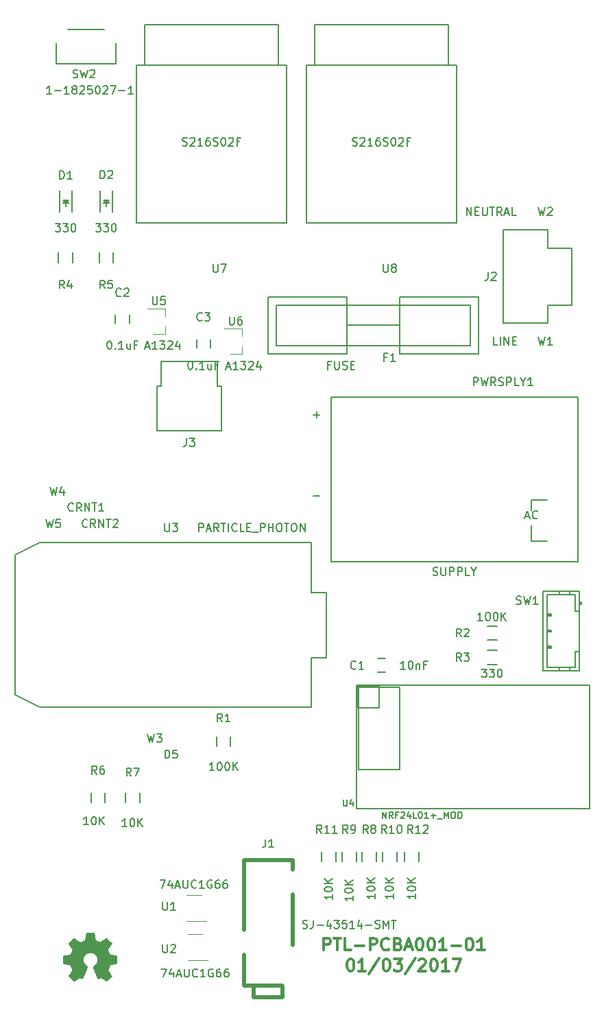
<source format=gto>
G04 #@! TF.FileFunction,Legend,Top*
%FSLAX46Y46*%
G04 Gerber Fmt 4.6, Leading zero omitted, Abs format (unit mm)*
G04 Created by KiCad (PCBNEW 4.0.5) date 01/03/17 14:11:24*
%MOMM*%
%LPD*%
G01*
G04 APERTURE LIST*
%ADD10C,0.100000*%
%ADD11C,0.300000*%
%ADD12C,0.150000*%
%ADD13C,0.500000*%
%ADD14C,0.010000*%
%ADD15C,0.120000*%
%ADD16C,0.160000*%
G04 APERTURE END LIST*
D10*
D11*
X154857144Y-145153571D02*
X154857144Y-143653571D01*
X155428572Y-143653571D01*
X155571430Y-143725000D01*
X155642858Y-143796429D01*
X155714287Y-143939286D01*
X155714287Y-144153571D01*
X155642858Y-144296429D01*
X155571430Y-144367857D01*
X155428572Y-144439286D01*
X154857144Y-144439286D01*
X156142858Y-143653571D02*
X157000001Y-143653571D01*
X156571430Y-145153571D02*
X156571430Y-143653571D01*
X158214287Y-145153571D02*
X157500001Y-145153571D01*
X157500001Y-143653571D01*
X158714287Y-144582143D02*
X159857144Y-144582143D01*
X160571430Y-145153571D02*
X160571430Y-143653571D01*
X161142858Y-143653571D01*
X161285716Y-143725000D01*
X161357144Y-143796429D01*
X161428573Y-143939286D01*
X161428573Y-144153571D01*
X161357144Y-144296429D01*
X161285716Y-144367857D01*
X161142858Y-144439286D01*
X160571430Y-144439286D01*
X162928573Y-145010714D02*
X162857144Y-145082143D01*
X162642858Y-145153571D01*
X162500001Y-145153571D01*
X162285716Y-145082143D01*
X162142858Y-144939286D01*
X162071430Y-144796429D01*
X162000001Y-144510714D01*
X162000001Y-144296429D01*
X162071430Y-144010714D01*
X162142858Y-143867857D01*
X162285716Y-143725000D01*
X162500001Y-143653571D01*
X162642858Y-143653571D01*
X162857144Y-143725000D01*
X162928573Y-143796429D01*
X164071430Y-144367857D02*
X164285716Y-144439286D01*
X164357144Y-144510714D01*
X164428573Y-144653571D01*
X164428573Y-144867857D01*
X164357144Y-145010714D01*
X164285716Y-145082143D01*
X164142858Y-145153571D01*
X163571430Y-145153571D01*
X163571430Y-143653571D01*
X164071430Y-143653571D01*
X164214287Y-143725000D01*
X164285716Y-143796429D01*
X164357144Y-143939286D01*
X164357144Y-144082143D01*
X164285716Y-144225000D01*
X164214287Y-144296429D01*
X164071430Y-144367857D01*
X163571430Y-144367857D01*
X165000001Y-144725000D02*
X165714287Y-144725000D01*
X164857144Y-145153571D02*
X165357144Y-143653571D01*
X165857144Y-145153571D01*
X166642858Y-143653571D02*
X166785715Y-143653571D01*
X166928572Y-143725000D01*
X167000001Y-143796429D01*
X167071430Y-143939286D01*
X167142858Y-144225000D01*
X167142858Y-144582143D01*
X167071430Y-144867857D01*
X167000001Y-145010714D01*
X166928572Y-145082143D01*
X166785715Y-145153571D01*
X166642858Y-145153571D01*
X166500001Y-145082143D01*
X166428572Y-145010714D01*
X166357144Y-144867857D01*
X166285715Y-144582143D01*
X166285715Y-144225000D01*
X166357144Y-143939286D01*
X166428572Y-143796429D01*
X166500001Y-143725000D01*
X166642858Y-143653571D01*
X168071429Y-143653571D02*
X168214286Y-143653571D01*
X168357143Y-143725000D01*
X168428572Y-143796429D01*
X168500001Y-143939286D01*
X168571429Y-144225000D01*
X168571429Y-144582143D01*
X168500001Y-144867857D01*
X168428572Y-145010714D01*
X168357143Y-145082143D01*
X168214286Y-145153571D01*
X168071429Y-145153571D01*
X167928572Y-145082143D01*
X167857143Y-145010714D01*
X167785715Y-144867857D01*
X167714286Y-144582143D01*
X167714286Y-144225000D01*
X167785715Y-143939286D01*
X167857143Y-143796429D01*
X167928572Y-143725000D01*
X168071429Y-143653571D01*
X170000000Y-145153571D02*
X169142857Y-145153571D01*
X169571429Y-145153571D02*
X169571429Y-143653571D01*
X169428572Y-143867857D01*
X169285714Y-144010714D01*
X169142857Y-144082143D01*
X170642857Y-144582143D02*
X171785714Y-144582143D01*
X172785714Y-143653571D02*
X172928571Y-143653571D01*
X173071428Y-143725000D01*
X173142857Y-143796429D01*
X173214286Y-143939286D01*
X173285714Y-144225000D01*
X173285714Y-144582143D01*
X173214286Y-144867857D01*
X173142857Y-145010714D01*
X173071428Y-145082143D01*
X172928571Y-145153571D01*
X172785714Y-145153571D01*
X172642857Y-145082143D01*
X172571428Y-145010714D01*
X172500000Y-144867857D01*
X172428571Y-144582143D01*
X172428571Y-144225000D01*
X172500000Y-143939286D01*
X172571428Y-143796429D01*
X172642857Y-143725000D01*
X172785714Y-143653571D01*
X174714285Y-145153571D02*
X173857142Y-145153571D01*
X174285714Y-145153571D02*
X174285714Y-143653571D01*
X174142857Y-143867857D01*
X173999999Y-144010714D01*
X173857142Y-144082143D01*
X158107144Y-146203571D02*
X158250001Y-146203571D01*
X158392858Y-146275000D01*
X158464287Y-146346429D01*
X158535716Y-146489286D01*
X158607144Y-146775000D01*
X158607144Y-147132143D01*
X158535716Y-147417857D01*
X158464287Y-147560714D01*
X158392858Y-147632143D01*
X158250001Y-147703571D01*
X158107144Y-147703571D01*
X157964287Y-147632143D01*
X157892858Y-147560714D01*
X157821430Y-147417857D01*
X157750001Y-147132143D01*
X157750001Y-146775000D01*
X157821430Y-146489286D01*
X157892858Y-146346429D01*
X157964287Y-146275000D01*
X158107144Y-146203571D01*
X160035715Y-147703571D02*
X159178572Y-147703571D01*
X159607144Y-147703571D02*
X159607144Y-146203571D01*
X159464287Y-146417857D01*
X159321429Y-146560714D01*
X159178572Y-146632143D01*
X161750000Y-146132143D02*
X160464286Y-148060714D01*
X162535715Y-146203571D02*
X162678572Y-146203571D01*
X162821429Y-146275000D01*
X162892858Y-146346429D01*
X162964287Y-146489286D01*
X163035715Y-146775000D01*
X163035715Y-147132143D01*
X162964287Y-147417857D01*
X162892858Y-147560714D01*
X162821429Y-147632143D01*
X162678572Y-147703571D01*
X162535715Y-147703571D01*
X162392858Y-147632143D01*
X162321429Y-147560714D01*
X162250001Y-147417857D01*
X162178572Y-147132143D01*
X162178572Y-146775000D01*
X162250001Y-146489286D01*
X162321429Y-146346429D01*
X162392858Y-146275000D01*
X162535715Y-146203571D01*
X163535715Y-146203571D02*
X164464286Y-146203571D01*
X163964286Y-146775000D01*
X164178572Y-146775000D01*
X164321429Y-146846429D01*
X164392858Y-146917857D01*
X164464286Y-147060714D01*
X164464286Y-147417857D01*
X164392858Y-147560714D01*
X164321429Y-147632143D01*
X164178572Y-147703571D01*
X163750000Y-147703571D01*
X163607143Y-147632143D01*
X163535715Y-147560714D01*
X166178571Y-146132143D02*
X164892857Y-148060714D01*
X166607143Y-146346429D02*
X166678572Y-146275000D01*
X166821429Y-146203571D01*
X167178572Y-146203571D01*
X167321429Y-146275000D01*
X167392858Y-146346429D01*
X167464286Y-146489286D01*
X167464286Y-146632143D01*
X167392858Y-146846429D01*
X166535715Y-147703571D01*
X167464286Y-147703571D01*
X168392857Y-146203571D02*
X168535714Y-146203571D01*
X168678571Y-146275000D01*
X168750000Y-146346429D01*
X168821429Y-146489286D01*
X168892857Y-146775000D01*
X168892857Y-147132143D01*
X168821429Y-147417857D01*
X168750000Y-147560714D01*
X168678571Y-147632143D01*
X168535714Y-147703571D01*
X168392857Y-147703571D01*
X168250000Y-147632143D01*
X168178571Y-147560714D01*
X168107143Y-147417857D01*
X168035714Y-147132143D01*
X168035714Y-146775000D01*
X168107143Y-146489286D01*
X168178571Y-146346429D01*
X168250000Y-146275000D01*
X168392857Y-146203571D01*
X170321428Y-147703571D02*
X169464285Y-147703571D01*
X169892857Y-147703571D02*
X169892857Y-146203571D01*
X169750000Y-146417857D01*
X169607142Y-146560714D01*
X169464285Y-146632143D01*
X170821428Y-146203571D02*
X171821428Y-146203571D01*
X171178571Y-147703571D01*
D12*
X153750000Y-35900000D02*
X153750000Y-30900000D01*
X153750000Y-30900000D02*
X170250000Y-30900000D01*
X170250000Y-30900000D02*
X170250000Y-35900000D01*
X152750000Y-55400000D02*
X171250000Y-55400000D01*
X171250000Y-55400000D02*
X171250000Y-35900000D01*
X171250000Y-35900000D02*
X152750000Y-35900000D01*
X152750000Y-35900000D02*
X152750000Y-55400000D01*
X132750000Y-35900000D02*
X132750000Y-30900000D01*
X132750000Y-30900000D02*
X149250000Y-30900000D01*
X149250000Y-30900000D02*
X149250000Y-35900000D01*
X131750000Y-55400000D02*
X150250000Y-55400000D01*
X150250000Y-55400000D02*
X150250000Y-35900000D01*
X150250000Y-35900000D02*
X131750000Y-35900000D01*
X131750000Y-35900000D02*
X131750000Y-55400000D01*
X119790000Y-115160000D02*
X116742000Y-113636000D01*
X119790000Y-94840000D02*
X116742000Y-96364000D01*
X116742000Y-96364000D02*
X116742000Y-113636000D01*
X153318000Y-115160000D02*
X119790000Y-115160000D01*
X153318000Y-94840000D02*
X119790000Y-94840000D01*
X153318000Y-109013200D02*
X153318000Y-115160000D01*
X153318000Y-100986800D02*
X153318000Y-94840000D01*
X155223000Y-100986800D02*
X153318000Y-100986800D01*
X155223000Y-109013200D02*
X153318000Y-109013200D01*
X155223000Y-100986800D02*
X155223000Y-109013200D01*
X158936000Y-112396000D02*
X158936000Y-127646000D01*
X187686000Y-112396000D02*
X158936000Y-112396000D01*
X187686000Y-127646000D02*
X187686000Y-112396000D01*
X158936000Y-127646000D02*
X187686000Y-127646000D01*
X159063000Y-115190000D02*
X159063000Y-112523000D01*
X159063000Y-112523000D02*
X161730000Y-112523000D01*
X159190000Y-120270000D02*
X159190000Y-122810000D01*
X159190000Y-122810000D02*
X161730000Y-122810000D01*
X159190000Y-115190000D02*
X161730000Y-115190000D01*
X161730000Y-115190000D02*
X161730000Y-112650000D01*
X159190000Y-120270000D02*
X159190000Y-112650000D01*
X159190000Y-112650000D02*
X164270000Y-112650000D01*
X164270000Y-112650000D02*
X164270000Y-122810000D01*
X164270000Y-122810000D02*
X161730000Y-122810000D01*
X162500000Y-109150000D02*
X161500000Y-109150000D01*
X161500000Y-110850000D02*
X162500000Y-110850000D01*
X130850000Y-67750000D02*
X130850000Y-66750000D01*
X129150000Y-66750000D02*
X129150000Y-67750000D01*
X140850000Y-70750000D02*
X140850000Y-69750000D01*
X139150000Y-69750000D02*
X139150000Y-70750000D01*
X122250000Y-51350980D02*
X122250000Y-54050980D01*
X123750000Y-51350980D02*
X123750000Y-54050980D01*
X122850000Y-52850980D02*
X123100000Y-52850980D01*
X123100000Y-52850980D02*
X122950000Y-52700980D01*
X123350000Y-52600980D02*
X122650000Y-52600980D01*
X123000000Y-52950980D02*
X123000000Y-53300980D01*
X123000000Y-52600980D02*
X123350000Y-52950980D01*
X123350000Y-52950980D02*
X122650000Y-52950980D01*
X122650000Y-52950980D02*
X123000000Y-52600980D01*
X127250000Y-51350980D02*
X127250000Y-54050980D01*
X128750000Y-51350980D02*
X128750000Y-54050980D01*
X127850000Y-52850980D02*
X128100000Y-52850980D01*
X128100000Y-52850980D02*
X127950000Y-52700980D01*
X128350000Y-52600980D02*
X127650000Y-52600980D01*
X128000000Y-52950980D02*
X128000000Y-53300980D01*
X128000000Y-52600980D02*
X128350000Y-52950980D01*
X128350000Y-52950980D02*
X127650000Y-52950980D01*
X127650000Y-52950980D02*
X128000000Y-52600980D01*
X157747540Y-68000000D02*
X164249940Y-68000000D01*
X157747540Y-71500120D02*
X157747540Y-64499880D01*
X148999780Y-64499880D02*
X157747540Y-64499880D01*
X148999780Y-71500120D02*
X157747540Y-71500120D01*
X171748020Y-65500640D02*
X172997700Y-65500640D01*
X171499100Y-70499360D02*
X172997700Y-70499360D01*
X159497600Y-65500640D02*
X171748020Y-65500640D01*
X159749060Y-70499360D02*
X171499100Y-70499360D01*
X148999780Y-65500640D02*
X159497600Y-65500640D01*
X148999780Y-70499360D02*
X159749060Y-70499360D01*
X148999780Y-70499360D02*
X148999780Y-65500640D01*
X147999020Y-71500120D02*
X148999780Y-71500120D01*
X147999020Y-71500120D02*
X147999020Y-64499880D01*
X147999020Y-64499880D02*
X148999780Y-64499880D01*
X172997700Y-70499360D02*
X172997700Y-65500640D01*
X164249940Y-71500120D02*
X173998460Y-71500120D01*
X173998460Y-71500120D02*
X173998460Y-64499880D01*
X164249940Y-64499880D02*
X173998460Y-64499880D01*
X164249940Y-71500120D02*
X164249940Y-64499880D01*
D13*
X149800000Y-149500000D02*
X149800000Y-151000000D01*
X149800000Y-151000000D02*
X146200000Y-151000000D01*
X146200000Y-151000000D02*
X146200000Y-149500000D01*
X145000000Y-149500000D02*
X145000000Y-145700000D01*
X151000000Y-134000000D02*
X151000000Y-135200000D01*
X151000000Y-144500000D02*
X151000000Y-138300000D01*
X145000000Y-134000000D02*
X151000000Y-134000000D01*
X145000000Y-142700000D02*
X145000000Y-134000000D01*
X145000000Y-149500000D02*
X149800000Y-149500000D01*
D12*
X182500000Y-56250000D02*
X177000000Y-56250000D01*
X182500000Y-58500000D02*
X182500000Y-56250000D01*
X185500000Y-58500000D02*
X182500000Y-58500000D01*
X185500000Y-65500000D02*
X185500000Y-58500000D01*
X182500000Y-65500000D02*
X185500000Y-65500000D01*
X182500000Y-67750000D02*
X182500000Y-65500000D01*
X177000000Y-67750000D02*
X182500000Y-67750000D01*
X177000000Y-56250000D02*
X177000000Y-67750000D01*
X134250000Y-75500000D02*
X134250000Y-81000000D01*
X134750000Y-75500000D02*
X134250000Y-75500000D01*
X134750000Y-72500000D02*
X134750000Y-75500000D01*
X141750000Y-72500000D02*
X134750000Y-72500000D01*
X141750000Y-75500000D02*
X141750000Y-72500000D01*
X142250000Y-75500000D02*
X141750000Y-75500000D01*
X142250000Y-81000000D02*
X142250000Y-75500000D01*
X134250000Y-81000000D02*
X142250000Y-81000000D01*
D14*
G36*
X126555814Y-143468931D02*
X126639635Y-143913555D01*
X126948920Y-144041053D01*
X127258206Y-144168551D01*
X127629246Y-143916246D01*
X127733157Y-143845996D01*
X127827087Y-143783272D01*
X127906652Y-143730938D01*
X127967470Y-143691857D01*
X128005157Y-143668893D01*
X128015421Y-143663942D01*
X128033910Y-143676676D01*
X128073420Y-143711882D01*
X128129522Y-143765062D01*
X128197787Y-143831718D01*
X128273786Y-143907354D01*
X128353092Y-143987472D01*
X128431275Y-144067574D01*
X128503907Y-144143164D01*
X128566559Y-144209745D01*
X128614803Y-144262818D01*
X128644210Y-144297887D01*
X128651241Y-144309623D01*
X128641123Y-144331260D01*
X128612759Y-144378662D01*
X128569129Y-144447193D01*
X128513218Y-144532215D01*
X128448006Y-144629093D01*
X128410219Y-144684350D01*
X128341343Y-144785248D01*
X128280140Y-144876299D01*
X128229578Y-144952970D01*
X128192628Y-145010728D01*
X128172258Y-145045043D01*
X128169197Y-145052254D01*
X128176136Y-145072748D01*
X128195051Y-145120513D01*
X128223087Y-145188832D01*
X128257391Y-145270989D01*
X128295109Y-145360270D01*
X128333387Y-145449958D01*
X128369370Y-145533338D01*
X128400206Y-145603694D01*
X128423039Y-145654310D01*
X128435017Y-145678471D01*
X128435724Y-145679422D01*
X128454531Y-145684036D01*
X128504618Y-145694328D01*
X128580793Y-145709287D01*
X128677865Y-145727901D01*
X128790643Y-145749159D01*
X128856442Y-145761418D01*
X128976950Y-145784362D01*
X129085797Y-145806195D01*
X129177476Y-145825722D01*
X129246481Y-145841748D01*
X129287304Y-145853079D01*
X129295511Y-145856674D01*
X129303548Y-145881006D01*
X129310033Y-145935959D01*
X129314970Y-146015108D01*
X129318364Y-146112026D01*
X129320218Y-146220287D01*
X129320538Y-146333465D01*
X129319327Y-146445135D01*
X129316590Y-146548868D01*
X129312331Y-146638241D01*
X129306555Y-146706826D01*
X129299267Y-146748197D01*
X129294895Y-146756810D01*
X129268764Y-146767133D01*
X129213393Y-146781892D01*
X129136107Y-146799352D01*
X129044230Y-146817780D01*
X129012158Y-146823741D01*
X128857524Y-146852066D01*
X128735375Y-146874876D01*
X128641673Y-146893080D01*
X128572384Y-146907583D01*
X128523471Y-146919292D01*
X128490897Y-146929115D01*
X128470628Y-146937956D01*
X128458626Y-146946724D01*
X128456947Y-146948457D01*
X128440184Y-146976371D01*
X128414614Y-147030695D01*
X128382788Y-147104777D01*
X128347260Y-147191965D01*
X128310583Y-147285608D01*
X128275311Y-147379052D01*
X128243996Y-147465647D01*
X128219193Y-147538740D01*
X128203454Y-147591678D01*
X128199332Y-147617811D01*
X128199676Y-147618726D01*
X128213641Y-147640086D01*
X128245322Y-147687084D01*
X128291391Y-147754827D01*
X128348518Y-147838423D01*
X128413373Y-147932982D01*
X128431843Y-147959854D01*
X128497699Y-148057275D01*
X128555650Y-148146163D01*
X128602538Y-148221412D01*
X128635207Y-148277920D01*
X128650500Y-148310581D01*
X128651241Y-148314593D01*
X128638392Y-148335684D01*
X128602888Y-148377464D01*
X128549293Y-148435445D01*
X128482171Y-148505135D01*
X128406087Y-148582045D01*
X128325604Y-148661683D01*
X128245287Y-148739561D01*
X128169699Y-148811186D01*
X128103405Y-148872070D01*
X128050969Y-148917721D01*
X128016955Y-148943650D01*
X128007545Y-148947883D01*
X127985643Y-148937912D01*
X127940800Y-148911020D01*
X127880321Y-148871736D01*
X127833789Y-148840117D01*
X127749475Y-148782098D01*
X127649626Y-148713784D01*
X127549473Y-148645579D01*
X127495627Y-148609075D01*
X127313371Y-148485800D01*
X127160381Y-148568520D01*
X127090682Y-148604759D01*
X127031414Y-148632926D01*
X126991311Y-148648991D01*
X126981103Y-148651226D01*
X126968829Y-148634722D01*
X126944613Y-148588082D01*
X126910263Y-148515609D01*
X126867588Y-148421606D01*
X126818394Y-148310374D01*
X126764490Y-148186215D01*
X126707684Y-148053432D01*
X126649782Y-147916327D01*
X126592593Y-147779202D01*
X126537924Y-147646358D01*
X126487584Y-147522098D01*
X126443380Y-147410725D01*
X126407119Y-147316539D01*
X126380609Y-147243844D01*
X126365658Y-147196941D01*
X126363254Y-147180833D01*
X126382311Y-147160286D01*
X126424036Y-147126933D01*
X126479706Y-147087702D01*
X126484378Y-147084599D01*
X126628264Y-146969423D01*
X126744283Y-146835053D01*
X126831430Y-146685784D01*
X126888699Y-146525913D01*
X126915086Y-146359737D01*
X126909585Y-146191552D01*
X126871190Y-146025655D01*
X126798895Y-145866342D01*
X126777626Y-145831487D01*
X126666996Y-145690737D01*
X126536302Y-145577714D01*
X126390064Y-145493003D01*
X126232808Y-145437194D01*
X126069057Y-145410874D01*
X125903333Y-145414630D01*
X125740162Y-145449050D01*
X125584065Y-145514723D01*
X125439567Y-145612235D01*
X125394869Y-145651813D01*
X125281112Y-145775703D01*
X125198218Y-145906124D01*
X125141356Y-146052315D01*
X125109687Y-146197088D01*
X125101869Y-146359860D01*
X125127938Y-146523440D01*
X125185245Y-146682298D01*
X125271144Y-146830906D01*
X125382986Y-146963735D01*
X125518123Y-147075256D01*
X125535883Y-147087011D01*
X125592150Y-147125508D01*
X125634923Y-147158863D01*
X125655372Y-147180160D01*
X125655669Y-147180833D01*
X125651279Y-147203871D01*
X125633876Y-147256157D01*
X125605268Y-147333390D01*
X125567265Y-147431268D01*
X125521674Y-147545491D01*
X125470303Y-147671758D01*
X125414962Y-147805767D01*
X125357458Y-147943218D01*
X125299601Y-148079808D01*
X125243198Y-148211237D01*
X125190058Y-148333205D01*
X125141990Y-148441409D01*
X125100801Y-148531549D01*
X125068301Y-148599323D01*
X125046297Y-148640430D01*
X125037436Y-148651226D01*
X125010360Y-148642819D01*
X124959697Y-148620272D01*
X124894183Y-148587613D01*
X124858159Y-148568520D01*
X124705168Y-148485800D01*
X124522912Y-148609075D01*
X124429875Y-148672228D01*
X124328015Y-148741727D01*
X124232562Y-148807165D01*
X124184750Y-148840117D01*
X124117505Y-148885273D01*
X124060564Y-148921057D01*
X124021354Y-148942938D01*
X124008619Y-148947563D01*
X123990083Y-148935085D01*
X123949059Y-148900252D01*
X123889525Y-148846678D01*
X123815458Y-148777983D01*
X123730835Y-148697781D01*
X123677315Y-148646286D01*
X123583681Y-148554286D01*
X123502759Y-148471999D01*
X123437823Y-148402945D01*
X123392142Y-148350644D01*
X123368989Y-148318616D01*
X123366768Y-148312116D01*
X123377076Y-148287394D01*
X123405561Y-148237405D01*
X123449063Y-148167212D01*
X123504423Y-148081875D01*
X123568480Y-147986456D01*
X123586697Y-147959854D01*
X123653073Y-147863167D01*
X123712622Y-147776117D01*
X123762016Y-147703595D01*
X123797925Y-147650493D01*
X123817019Y-147621703D01*
X123818864Y-147618726D01*
X123816105Y-147595782D01*
X123801462Y-147545336D01*
X123777487Y-147474041D01*
X123746734Y-147388547D01*
X123711756Y-147295507D01*
X123675107Y-147201574D01*
X123639339Y-147113399D01*
X123607006Y-147037634D01*
X123580662Y-146980931D01*
X123562858Y-146949943D01*
X123561593Y-146948457D01*
X123550706Y-146939601D01*
X123532318Y-146930843D01*
X123502394Y-146921277D01*
X123456897Y-146909996D01*
X123391791Y-146896093D01*
X123303039Y-146878663D01*
X123186607Y-146856798D01*
X123038458Y-146829591D01*
X123006382Y-146823741D01*
X122911314Y-146805374D01*
X122828435Y-146787405D01*
X122765070Y-146771569D01*
X122728542Y-146759600D01*
X122723644Y-146756810D01*
X122715573Y-146732072D01*
X122709013Y-146676790D01*
X122703967Y-146597389D01*
X122700441Y-146500296D01*
X122698439Y-146391938D01*
X122697964Y-146278740D01*
X122699023Y-146167128D01*
X122701618Y-146063529D01*
X122705754Y-145974368D01*
X122711437Y-145906072D01*
X122718669Y-145865066D01*
X122723029Y-145856674D01*
X122747302Y-145848208D01*
X122802574Y-145834435D01*
X122883338Y-145816550D01*
X122984088Y-145795748D01*
X123099317Y-145773223D01*
X123162098Y-145761418D01*
X123281213Y-145739151D01*
X123387435Y-145718979D01*
X123475573Y-145701915D01*
X123540434Y-145688969D01*
X123576826Y-145681155D01*
X123582816Y-145679422D01*
X123592939Y-145659890D01*
X123614338Y-145612843D01*
X123644161Y-145545003D01*
X123679555Y-145463091D01*
X123717668Y-145373828D01*
X123755647Y-145283935D01*
X123790640Y-145200135D01*
X123819794Y-145129147D01*
X123840257Y-145077694D01*
X123849177Y-145052497D01*
X123849343Y-145051396D01*
X123839231Y-145031519D01*
X123810883Y-144985777D01*
X123767277Y-144918717D01*
X123711394Y-144834884D01*
X123646213Y-144738826D01*
X123608321Y-144683650D01*
X123539275Y-144582481D01*
X123477950Y-144490630D01*
X123427337Y-144412744D01*
X123390429Y-144353469D01*
X123370218Y-144317451D01*
X123367299Y-144309377D01*
X123379847Y-144290584D01*
X123414537Y-144250457D01*
X123466937Y-144193493D01*
X123532616Y-144124185D01*
X123607144Y-144047031D01*
X123686087Y-143966525D01*
X123765017Y-143887163D01*
X123839500Y-143813440D01*
X123905106Y-143749852D01*
X123957404Y-143700894D01*
X123991961Y-143671061D01*
X124003522Y-143663942D01*
X124022346Y-143673953D01*
X124067369Y-143702078D01*
X124134213Y-143745454D01*
X124218501Y-143801218D01*
X124315856Y-143866506D01*
X124389293Y-143916246D01*
X124760333Y-144168551D01*
X125378905Y-143913555D01*
X125462725Y-143468931D01*
X125546546Y-143024307D01*
X126471994Y-143024307D01*
X126555814Y-143468931D01*
X126555814Y-143468931D01*
G37*
X126555814Y-143468931D02*
X126639635Y-143913555D01*
X126948920Y-144041053D01*
X127258206Y-144168551D01*
X127629246Y-143916246D01*
X127733157Y-143845996D01*
X127827087Y-143783272D01*
X127906652Y-143730938D01*
X127967470Y-143691857D01*
X128005157Y-143668893D01*
X128015421Y-143663942D01*
X128033910Y-143676676D01*
X128073420Y-143711882D01*
X128129522Y-143765062D01*
X128197787Y-143831718D01*
X128273786Y-143907354D01*
X128353092Y-143987472D01*
X128431275Y-144067574D01*
X128503907Y-144143164D01*
X128566559Y-144209745D01*
X128614803Y-144262818D01*
X128644210Y-144297887D01*
X128651241Y-144309623D01*
X128641123Y-144331260D01*
X128612759Y-144378662D01*
X128569129Y-144447193D01*
X128513218Y-144532215D01*
X128448006Y-144629093D01*
X128410219Y-144684350D01*
X128341343Y-144785248D01*
X128280140Y-144876299D01*
X128229578Y-144952970D01*
X128192628Y-145010728D01*
X128172258Y-145045043D01*
X128169197Y-145052254D01*
X128176136Y-145072748D01*
X128195051Y-145120513D01*
X128223087Y-145188832D01*
X128257391Y-145270989D01*
X128295109Y-145360270D01*
X128333387Y-145449958D01*
X128369370Y-145533338D01*
X128400206Y-145603694D01*
X128423039Y-145654310D01*
X128435017Y-145678471D01*
X128435724Y-145679422D01*
X128454531Y-145684036D01*
X128504618Y-145694328D01*
X128580793Y-145709287D01*
X128677865Y-145727901D01*
X128790643Y-145749159D01*
X128856442Y-145761418D01*
X128976950Y-145784362D01*
X129085797Y-145806195D01*
X129177476Y-145825722D01*
X129246481Y-145841748D01*
X129287304Y-145853079D01*
X129295511Y-145856674D01*
X129303548Y-145881006D01*
X129310033Y-145935959D01*
X129314970Y-146015108D01*
X129318364Y-146112026D01*
X129320218Y-146220287D01*
X129320538Y-146333465D01*
X129319327Y-146445135D01*
X129316590Y-146548868D01*
X129312331Y-146638241D01*
X129306555Y-146706826D01*
X129299267Y-146748197D01*
X129294895Y-146756810D01*
X129268764Y-146767133D01*
X129213393Y-146781892D01*
X129136107Y-146799352D01*
X129044230Y-146817780D01*
X129012158Y-146823741D01*
X128857524Y-146852066D01*
X128735375Y-146874876D01*
X128641673Y-146893080D01*
X128572384Y-146907583D01*
X128523471Y-146919292D01*
X128490897Y-146929115D01*
X128470628Y-146937956D01*
X128458626Y-146946724D01*
X128456947Y-146948457D01*
X128440184Y-146976371D01*
X128414614Y-147030695D01*
X128382788Y-147104777D01*
X128347260Y-147191965D01*
X128310583Y-147285608D01*
X128275311Y-147379052D01*
X128243996Y-147465647D01*
X128219193Y-147538740D01*
X128203454Y-147591678D01*
X128199332Y-147617811D01*
X128199676Y-147618726D01*
X128213641Y-147640086D01*
X128245322Y-147687084D01*
X128291391Y-147754827D01*
X128348518Y-147838423D01*
X128413373Y-147932982D01*
X128431843Y-147959854D01*
X128497699Y-148057275D01*
X128555650Y-148146163D01*
X128602538Y-148221412D01*
X128635207Y-148277920D01*
X128650500Y-148310581D01*
X128651241Y-148314593D01*
X128638392Y-148335684D01*
X128602888Y-148377464D01*
X128549293Y-148435445D01*
X128482171Y-148505135D01*
X128406087Y-148582045D01*
X128325604Y-148661683D01*
X128245287Y-148739561D01*
X128169699Y-148811186D01*
X128103405Y-148872070D01*
X128050969Y-148917721D01*
X128016955Y-148943650D01*
X128007545Y-148947883D01*
X127985643Y-148937912D01*
X127940800Y-148911020D01*
X127880321Y-148871736D01*
X127833789Y-148840117D01*
X127749475Y-148782098D01*
X127649626Y-148713784D01*
X127549473Y-148645579D01*
X127495627Y-148609075D01*
X127313371Y-148485800D01*
X127160381Y-148568520D01*
X127090682Y-148604759D01*
X127031414Y-148632926D01*
X126991311Y-148648991D01*
X126981103Y-148651226D01*
X126968829Y-148634722D01*
X126944613Y-148588082D01*
X126910263Y-148515609D01*
X126867588Y-148421606D01*
X126818394Y-148310374D01*
X126764490Y-148186215D01*
X126707684Y-148053432D01*
X126649782Y-147916327D01*
X126592593Y-147779202D01*
X126537924Y-147646358D01*
X126487584Y-147522098D01*
X126443380Y-147410725D01*
X126407119Y-147316539D01*
X126380609Y-147243844D01*
X126365658Y-147196941D01*
X126363254Y-147180833D01*
X126382311Y-147160286D01*
X126424036Y-147126933D01*
X126479706Y-147087702D01*
X126484378Y-147084599D01*
X126628264Y-146969423D01*
X126744283Y-146835053D01*
X126831430Y-146685784D01*
X126888699Y-146525913D01*
X126915086Y-146359737D01*
X126909585Y-146191552D01*
X126871190Y-146025655D01*
X126798895Y-145866342D01*
X126777626Y-145831487D01*
X126666996Y-145690737D01*
X126536302Y-145577714D01*
X126390064Y-145493003D01*
X126232808Y-145437194D01*
X126069057Y-145410874D01*
X125903333Y-145414630D01*
X125740162Y-145449050D01*
X125584065Y-145514723D01*
X125439567Y-145612235D01*
X125394869Y-145651813D01*
X125281112Y-145775703D01*
X125198218Y-145906124D01*
X125141356Y-146052315D01*
X125109687Y-146197088D01*
X125101869Y-146359860D01*
X125127938Y-146523440D01*
X125185245Y-146682298D01*
X125271144Y-146830906D01*
X125382986Y-146963735D01*
X125518123Y-147075256D01*
X125535883Y-147087011D01*
X125592150Y-147125508D01*
X125634923Y-147158863D01*
X125655372Y-147180160D01*
X125655669Y-147180833D01*
X125651279Y-147203871D01*
X125633876Y-147256157D01*
X125605268Y-147333390D01*
X125567265Y-147431268D01*
X125521674Y-147545491D01*
X125470303Y-147671758D01*
X125414962Y-147805767D01*
X125357458Y-147943218D01*
X125299601Y-148079808D01*
X125243198Y-148211237D01*
X125190058Y-148333205D01*
X125141990Y-148441409D01*
X125100801Y-148531549D01*
X125068301Y-148599323D01*
X125046297Y-148640430D01*
X125037436Y-148651226D01*
X125010360Y-148642819D01*
X124959697Y-148620272D01*
X124894183Y-148587613D01*
X124858159Y-148568520D01*
X124705168Y-148485800D01*
X124522912Y-148609075D01*
X124429875Y-148672228D01*
X124328015Y-148741727D01*
X124232562Y-148807165D01*
X124184750Y-148840117D01*
X124117505Y-148885273D01*
X124060564Y-148921057D01*
X124021354Y-148942938D01*
X124008619Y-148947563D01*
X123990083Y-148935085D01*
X123949059Y-148900252D01*
X123889525Y-148846678D01*
X123815458Y-148777983D01*
X123730835Y-148697781D01*
X123677315Y-148646286D01*
X123583681Y-148554286D01*
X123502759Y-148471999D01*
X123437823Y-148402945D01*
X123392142Y-148350644D01*
X123368989Y-148318616D01*
X123366768Y-148312116D01*
X123377076Y-148287394D01*
X123405561Y-148237405D01*
X123449063Y-148167212D01*
X123504423Y-148081875D01*
X123568480Y-147986456D01*
X123586697Y-147959854D01*
X123653073Y-147863167D01*
X123712622Y-147776117D01*
X123762016Y-147703595D01*
X123797925Y-147650493D01*
X123817019Y-147621703D01*
X123818864Y-147618726D01*
X123816105Y-147595782D01*
X123801462Y-147545336D01*
X123777487Y-147474041D01*
X123746734Y-147388547D01*
X123711756Y-147295507D01*
X123675107Y-147201574D01*
X123639339Y-147113399D01*
X123607006Y-147037634D01*
X123580662Y-146980931D01*
X123562858Y-146949943D01*
X123561593Y-146948457D01*
X123550706Y-146939601D01*
X123532318Y-146930843D01*
X123502394Y-146921277D01*
X123456897Y-146909996D01*
X123391791Y-146896093D01*
X123303039Y-146878663D01*
X123186607Y-146856798D01*
X123038458Y-146829591D01*
X123006382Y-146823741D01*
X122911314Y-146805374D01*
X122828435Y-146787405D01*
X122765070Y-146771569D01*
X122728542Y-146759600D01*
X122723644Y-146756810D01*
X122715573Y-146732072D01*
X122709013Y-146676790D01*
X122703967Y-146597389D01*
X122700441Y-146500296D01*
X122698439Y-146391938D01*
X122697964Y-146278740D01*
X122699023Y-146167128D01*
X122701618Y-146063529D01*
X122705754Y-145974368D01*
X122711437Y-145906072D01*
X122718669Y-145865066D01*
X122723029Y-145856674D01*
X122747302Y-145848208D01*
X122802574Y-145834435D01*
X122883338Y-145816550D01*
X122984088Y-145795748D01*
X123099317Y-145773223D01*
X123162098Y-145761418D01*
X123281213Y-145739151D01*
X123387435Y-145718979D01*
X123475573Y-145701915D01*
X123540434Y-145688969D01*
X123576826Y-145681155D01*
X123582816Y-145679422D01*
X123592939Y-145659890D01*
X123614338Y-145612843D01*
X123644161Y-145545003D01*
X123679555Y-145463091D01*
X123717668Y-145373828D01*
X123755647Y-145283935D01*
X123790640Y-145200135D01*
X123819794Y-145129147D01*
X123840257Y-145077694D01*
X123849177Y-145052497D01*
X123849343Y-145051396D01*
X123839231Y-145031519D01*
X123810883Y-144985777D01*
X123767277Y-144918717D01*
X123711394Y-144834884D01*
X123646213Y-144738826D01*
X123608321Y-144683650D01*
X123539275Y-144582481D01*
X123477950Y-144490630D01*
X123427337Y-144412744D01*
X123390429Y-144353469D01*
X123370218Y-144317451D01*
X123367299Y-144309377D01*
X123379847Y-144290584D01*
X123414537Y-144250457D01*
X123466937Y-144193493D01*
X123532616Y-144124185D01*
X123607144Y-144047031D01*
X123686087Y-143966525D01*
X123765017Y-143887163D01*
X123839500Y-143813440D01*
X123905106Y-143749852D01*
X123957404Y-143700894D01*
X123991961Y-143671061D01*
X124003522Y-143663942D01*
X124022346Y-143673953D01*
X124067369Y-143702078D01*
X124134213Y-143745454D01*
X124218501Y-143801218D01*
X124315856Y-143866506D01*
X124389293Y-143916246D01*
X124760333Y-144168551D01*
X125378905Y-143913555D01*
X125462725Y-143468931D01*
X125546546Y-143024307D01*
X126471994Y-143024307D01*
X126555814Y-143468931D01*
D12*
X182430000Y-89540000D02*
X180525000Y-89540000D01*
X180525000Y-89540000D02*
X180525000Y-90810000D01*
X182430000Y-94620000D02*
X180525000Y-94620000D01*
X180525000Y-94620000D02*
X180525000Y-92715000D01*
X186240000Y-83190000D02*
X186240000Y-76840000D01*
X186240000Y-76840000D02*
X155760000Y-76840000D01*
X155760000Y-76840000D02*
X155760000Y-97160000D01*
X155760000Y-97160000D02*
X186240000Y-97160000D01*
X186240000Y-97160000D02*
X186240000Y-87000000D01*
X186240000Y-87000000D02*
X186240000Y-83190000D01*
X141625000Y-119950000D02*
X141625000Y-118750000D01*
X143375000Y-118750000D02*
X143375000Y-119950000D01*
X176250000Y-106875000D02*
X175050000Y-106875000D01*
X175050000Y-105125000D02*
X176250000Y-105125000D01*
X175050000Y-108125000D02*
X176250000Y-108125000D01*
X176250000Y-109875000D02*
X175050000Y-109875000D01*
X123875000Y-59050000D02*
X123875000Y-60250000D01*
X122125000Y-60250000D02*
X122125000Y-59050000D01*
X128875000Y-59050000D02*
X128875000Y-60250000D01*
X127125000Y-60250000D02*
X127125000Y-59050000D01*
X181950000Y-100800000D02*
X186450000Y-100800000D01*
X186450000Y-100800000D02*
X186450000Y-110700000D01*
X186450000Y-110700000D02*
X181950000Y-110700000D01*
X181950000Y-110700000D02*
X181950000Y-100800000D01*
X186450000Y-103250000D02*
X185950000Y-103250000D01*
X185950000Y-103250000D02*
X185950000Y-101300000D01*
X185950000Y-101300000D02*
X182450000Y-101300000D01*
X182450000Y-101300000D02*
X182450000Y-110200000D01*
X182450000Y-110200000D02*
X185950000Y-110200000D01*
X185950000Y-110200000D02*
X185950000Y-108250000D01*
X185950000Y-108250000D02*
X186450000Y-108250000D01*
X185250000Y-100800000D02*
X185250000Y-101300000D01*
X183950000Y-100800000D02*
X183950000Y-101300000D01*
X185250000Y-110200000D02*
X185250000Y-110700000D01*
X183950000Y-110200000D02*
X183950000Y-110700000D01*
X186450000Y-102450000D02*
X186650000Y-102450000D01*
X186650000Y-102450000D02*
X186650000Y-102150000D01*
X186650000Y-102150000D02*
X186450000Y-102150000D01*
X186550000Y-102450000D02*
X186550000Y-102150000D01*
X182450000Y-103650000D02*
X182950000Y-103650000D01*
X182950000Y-103650000D02*
X182950000Y-103850000D01*
X182950000Y-103850000D02*
X182450000Y-103850000D01*
X182450000Y-103750000D02*
X182950000Y-103750000D01*
X182450000Y-105650000D02*
X182950000Y-105650000D01*
X182950000Y-105650000D02*
X182950000Y-105850000D01*
X182950000Y-105850000D02*
X182450000Y-105850000D01*
X182450000Y-105750000D02*
X182950000Y-105750000D01*
X182450000Y-107650000D02*
X182950000Y-107650000D01*
X182950000Y-107650000D02*
X182950000Y-107850000D01*
X182950000Y-107850000D02*
X182450000Y-107850000D01*
X182450000Y-107750000D02*
X182950000Y-107750000D01*
X129157000Y-35760000D02*
X121860000Y-35760000D01*
X121860000Y-35760000D02*
X121860000Y-33190000D01*
X127760000Y-31460000D02*
X123260000Y-31460000D01*
X129157000Y-35760000D02*
X129157000Y-33190000D01*
D15*
X139750000Y-138340000D02*
X137950000Y-138340000D01*
X137950000Y-141560000D02*
X140400000Y-141560000D01*
X139900000Y-143140000D02*
X138100000Y-143140000D01*
X138100000Y-146360000D02*
X140550000Y-146360000D01*
X135260000Y-69080000D02*
X135260000Y-68150000D01*
X135260000Y-65920000D02*
X135260000Y-66850000D01*
X135260000Y-65920000D02*
X133100000Y-65920000D01*
X135260000Y-69080000D02*
X133800000Y-69080000D01*
X144760000Y-71580000D02*
X144760000Y-70650000D01*
X144760000Y-68420000D02*
X144760000Y-69350000D01*
X144760000Y-68420000D02*
X142600000Y-68420000D01*
X144760000Y-71580000D02*
X143300000Y-71580000D01*
D12*
X126125000Y-126950000D02*
X126125000Y-125750000D01*
X127875000Y-125750000D02*
X127875000Y-126950000D01*
X130375000Y-126950000D02*
X130375000Y-125750000D01*
X132125000Y-125750000D02*
X132125000Y-126950000D01*
X161375000Y-133000000D02*
X161375000Y-134200000D01*
X159625000Y-134200000D02*
X159625000Y-133000000D01*
X158875000Y-133000000D02*
X158875000Y-134200000D01*
X157125000Y-134200000D02*
X157125000Y-133000000D01*
X163875000Y-133000000D02*
X163875000Y-134200000D01*
X162125000Y-134200000D02*
X162125000Y-133000000D01*
X156375000Y-133000000D02*
X156375000Y-134200000D01*
X154625000Y-134200000D02*
X154625000Y-133000000D01*
X166625000Y-133000000D02*
X166625000Y-134200000D01*
X164875000Y-134200000D02*
X164875000Y-133000000D01*
X162238095Y-60452381D02*
X162238095Y-61261905D01*
X162285714Y-61357143D01*
X162333333Y-61404762D01*
X162428571Y-61452381D01*
X162619048Y-61452381D01*
X162714286Y-61404762D01*
X162761905Y-61357143D01*
X162809524Y-61261905D01*
X162809524Y-60452381D01*
X163428571Y-60880952D02*
X163333333Y-60833333D01*
X163285714Y-60785714D01*
X163238095Y-60690476D01*
X163238095Y-60642857D01*
X163285714Y-60547619D01*
X163333333Y-60500000D01*
X163428571Y-60452381D01*
X163619048Y-60452381D01*
X163714286Y-60500000D01*
X163761905Y-60547619D01*
X163809524Y-60642857D01*
X163809524Y-60690476D01*
X163761905Y-60785714D01*
X163714286Y-60833333D01*
X163619048Y-60880952D01*
X163428571Y-60880952D01*
X163333333Y-60928571D01*
X163285714Y-60976190D01*
X163238095Y-61071429D01*
X163238095Y-61261905D01*
X163285714Y-61357143D01*
X163333333Y-61404762D01*
X163428571Y-61452381D01*
X163619048Y-61452381D01*
X163714286Y-61404762D01*
X163761905Y-61357143D01*
X163809524Y-61261905D01*
X163809524Y-61071429D01*
X163761905Y-60976190D01*
X163714286Y-60928571D01*
X163619048Y-60880952D01*
X158428571Y-45804762D02*
X158571428Y-45852381D01*
X158809524Y-45852381D01*
X158904762Y-45804762D01*
X158952381Y-45757143D01*
X159000000Y-45661905D01*
X159000000Y-45566667D01*
X158952381Y-45471429D01*
X158904762Y-45423810D01*
X158809524Y-45376190D01*
X158619047Y-45328571D01*
X158523809Y-45280952D01*
X158476190Y-45233333D01*
X158428571Y-45138095D01*
X158428571Y-45042857D01*
X158476190Y-44947619D01*
X158523809Y-44900000D01*
X158619047Y-44852381D01*
X158857143Y-44852381D01*
X159000000Y-44900000D01*
X159380952Y-44947619D02*
X159428571Y-44900000D01*
X159523809Y-44852381D01*
X159761905Y-44852381D01*
X159857143Y-44900000D01*
X159904762Y-44947619D01*
X159952381Y-45042857D01*
X159952381Y-45138095D01*
X159904762Y-45280952D01*
X159333333Y-45852381D01*
X159952381Y-45852381D01*
X160904762Y-45852381D02*
X160333333Y-45852381D01*
X160619047Y-45852381D02*
X160619047Y-44852381D01*
X160523809Y-44995238D01*
X160428571Y-45090476D01*
X160333333Y-45138095D01*
X161761905Y-44852381D02*
X161571428Y-44852381D01*
X161476190Y-44900000D01*
X161428571Y-44947619D01*
X161333333Y-45090476D01*
X161285714Y-45280952D01*
X161285714Y-45661905D01*
X161333333Y-45757143D01*
X161380952Y-45804762D01*
X161476190Y-45852381D01*
X161666667Y-45852381D01*
X161761905Y-45804762D01*
X161809524Y-45757143D01*
X161857143Y-45661905D01*
X161857143Y-45423810D01*
X161809524Y-45328571D01*
X161761905Y-45280952D01*
X161666667Y-45233333D01*
X161476190Y-45233333D01*
X161380952Y-45280952D01*
X161333333Y-45328571D01*
X161285714Y-45423810D01*
X162238095Y-45804762D02*
X162380952Y-45852381D01*
X162619048Y-45852381D01*
X162714286Y-45804762D01*
X162761905Y-45757143D01*
X162809524Y-45661905D01*
X162809524Y-45566667D01*
X162761905Y-45471429D01*
X162714286Y-45423810D01*
X162619048Y-45376190D01*
X162428571Y-45328571D01*
X162333333Y-45280952D01*
X162285714Y-45233333D01*
X162238095Y-45138095D01*
X162238095Y-45042857D01*
X162285714Y-44947619D01*
X162333333Y-44900000D01*
X162428571Y-44852381D01*
X162666667Y-44852381D01*
X162809524Y-44900000D01*
X163428571Y-44852381D02*
X163523810Y-44852381D01*
X163619048Y-44900000D01*
X163666667Y-44947619D01*
X163714286Y-45042857D01*
X163761905Y-45233333D01*
X163761905Y-45471429D01*
X163714286Y-45661905D01*
X163666667Y-45757143D01*
X163619048Y-45804762D01*
X163523810Y-45852381D01*
X163428571Y-45852381D01*
X163333333Y-45804762D01*
X163285714Y-45757143D01*
X163238095Y-45661905D01*
X163190476Y-45471429D01*
X163190476Y-45233333D01*
X163238095Y-45042857D01*
X163285714Y-44947619D01*
X163333333Y-44900000D01*
X163428571Y-44852381D01*
X164142857Y-44947619D02*
X164190476Y-44900000D01*
X164285714Y-44852381D01*
X164523810Y-44852381D01*
X164619048Y-44900000D01*
X164666667Y-44947619D01*
X164714286Y-45042857D01*
X164714286Y-45138095D01*
X164666667Y-45280952D01*
X164095238Y-45852381D01*
X164714286Y-45852381D01*
X165476191Y-45328571D02*
X165142857Y-45328571D01*
X165142857Y-45852381D02*
X165142857Y-44852381D01*
X165619048Y-44852381D01*
X141238095Y-60452381D02*
X141238095Y-61261905D01*
X141285714Y-61357143D01*
X141333333Y-61404762D01*
X141428571Y-61452381D01*
X141619048Y-61452381D01*
X141714286Y-61404762D01*
X141761905Y-61357143D01*
X141809524Y-61261905D01*
X141809524Y-60452381D01*
X142190476Y-60452381D02*
X142857143Y-60452381D01*
X142428571Y-61452381D01*
X137428571Y-45804762D02*
X137571428Y-45852381D01*
X137809524Y-45852381D01*
X137904762Y-45804762D01*
X137952381Y-45757143D01*
X138000000Y-45661905D01*
X138000000Y-45566667D01*
X137952381Y-45471429D01*
X137904762Y-45423810D01*
X137809524Y-45376190D01*
X137619047Y-45328571D01*
X137523809Y-45280952D01*
X137476190Y-45233333D01*
X137428571Y-45138095D01*
X137428571Y-45042857D01*
X137476190Y-44947619D01*
X137523809Y-44900000D01*
X137619047Y-44852381D01*
X137857143Y-44852381D01*
X138000000Y-44900000D01*
X138380952Y-44947619D02*
X138428571Y-44900000D01*
X138523809Y-44852381D01*
X138761905Y-44852381D01*
X138857143Y-44900000D01*
X138904762Y-44947619D01*
X138952381Y-45042857D01*
X138952381Y-45138095D01*
X138904762Y-45280952D01*
X138333333Y-45852381D01*
X138952381Y-45852381D01*
X139904762Y-45852381D02*
X139333333Y-45852381D01*
X139619047Y-45852381D02*
X139619047Y-44852381D01*
X139523809Y-44995238D01*
X139428571Y-45090476D01*
X139333333Y-45138095D01*
X140761905Y-44852381D02*
X140571428Y-44852381D01*
X140476190Y-44900000D01*
X140428571Y-44947619D01*
X140333333Y-45090476D01*
X140285714Y-45280952D01*
X140285714Y-45661905D01*
X140333333Y-45757143D01*
X140380952Y-45804762D01*
X140476190Y-45852381D01*
X140666667Y-45852381D01*
X140761905Y-45804762D01*
X140809524Y-45757143D01*
X140857143Y-45661905D01*
X140857143Y-45423810D01*
X140809524Y-45328571D01*
X140761905Y-45280952D01*
X140666667Y-45233333D01*
X140476190Y-45233333D01*
X140380952Y-45280952D01*
X140333333Y-45328571D01*
X140285714Y-45423810D01*
X141238095Y-45804762D02*
X141380952Y-45852381D01*
X141619048Y-45852381D01*
X141714286Y-45804762D01*
X141761905Y-45757143D01*
X141809524Y-45661905D01*
X141809524Y-45566667D01*
X141761905Y-45471429D01*
X141714286Y-45423810D01*
X141619048Y-45376190D01*
X141428571Y-45328571D01*
X141333333Y-45280952D01*
X141285714Y-45233333D01*
X141238095Y-45138095D01*
X141238095Y-45042857D01*
X141285714Y-44947619D01*
X141333333Y-44900000D01*
X141428571Y-44852381D01*
X141666667Y-44852381D01*
X141809524Y-44900000D01*
X142428571Y-44852381D02*
X142523810Y-44852381D01*
X142619048Y-44900000D01*
X142666667Y-44947619D01*
X142714286Y-45042857D01*
X142761905Y-45233333D01*
X142761905Y-45471429D01*
X142714286Y-45661905D01*
X142666667Y-45757143D01*
X142619048Y-45804762D01*
X142523810Y-45852381D01*
X142428571Y-45852381D01*
X142333333Y-45804762D01*
X142285714Y-45757143D01*
X142238095Y-45661905D01*
X142190476Y-45471429D01*
X142190476Y-45233333D01*
X142238095Y-45042857D01*
X142285714Y-44947619D01*
X142333333Y-44900000D01*
X142428571Y-44852381D01*
X143142857Y-44947619D02*
X143190476Y-44900000D01*
X143285714Y-44852381D01*
X143523810Y-44852381D01*
X143619048Y-44900000D01*
X143666667Y-44947619D01*
X143714286Y-45042857D01*
X143714286Y-45138095D01*
X143666667Y-45280952D01*
X143095238Y-45852381D01*
X143714286Y-45852381D01*
X144476191Y-45328571D02*
X144142857Y-45328571D01*
X144142857Y-45852381D02*
X144142857Y-44852381D01*
X144619048Y-44852381D01*
X135238095Y-92452381D02*
X135238095Y-93261905D01*
X135285714Y-93357143D01*
X135333333Y-93404762D01*
X135428571Y-93452381D01*
X135619048Y-93452381D01*
X135714286Y-93404762D01*
X135761905Y-93357143D01*
X135809524Y-93261905D01*
X135809524Y-92452381D01*
X136190476Y-92452381D02*
X136809524Y-92452381D01*
X136476190Y-92833333D01*
X136619048Y-92833333D01*
X136714286Y-92880952D01*
X136761905Y-92928571D01*
X136809524Y-93023810D01*
X136809524Y-93261905D01*
X136761905Y-93357143D01*
X136714286Y-93404762D01*
X136619048Y-93452381D01*
X136333333Y-93452381D01*
X136238095Y-93404762D01*
X136190476Y-93357143D01*
X139476190Y-93452381D02*
X139476190Y-92452381D01*
X139857143Y-92452381D01*
X139952381Y-92500000D01*
X140000000Y-92547619D01*
X140047619Y-92642857D01*
X140047619Y-92785714D01*
X140000000Y-92880952D01*
X139952381Y-92928571D01*
X139857143Y-92976190D01*
X139476190Y-92976190D01*
X140428571Y-93166667D02*
X140904762Y-93166667D01*
X140333333Y-93452381D02*
X140666666Y-92452381D01*
X141000000Y-93452381D01*
X141904762Y-93452381D02*
X141571428Y-92976190D01*
X141333333Y-93452381D02*
X141333333Y-92452381D01*
X141714286Y-92452381D01*
X141809524Y-92500000D01*
X141857143Y-92547619D01*
X141904762Y-92642857D01*
X141904762Y-92785714D01*
X141857143Y-92880952D01*
X141809524Y-92928571D01*
X141714286Y-92976190D01*
X141333333Y-92976190D01*
X142190476Y-92452381D02*
X142761905Y-92452381D01*
X142476190Y-93452381D02*
X142476190Y-92452381D01*
X143095238Y-93452381D02*
X143095238Y-92452381D01*
X144142857Y-93357143D02*
X144095238Y-93404762D01*
X143952381Y-93452381D01*
X143857143Y-93452381D01*
X143714285Y-93404762D01*
X143619047Y-93309524D01*
X143571428Y-93214286D01*
X143523809Y-93023810D01*
X143523809Y-92880952D01*
X143571428Y-92690476D01*
X143619047Y-92595238D01*
X143714285Y-92500000D01*
X143857143Y-92452381D01*
X143952381Y-92452381D01*
X144095238Y-92500000D01*
X144142857Y-92547619D01*
X145047619Y-93452381D02*
X144571428Y-93452381D01*
X144571428Y-92452381D01*
X145380952Y-92928571D02*
X145714286Y-92928571D01*
X145857143Y-93452381D02*
X145380952Y-93452381D01*
X145380952Y-92452381D01*
X145857143Y-92452381D01*
X146047619Y-93547619D02*
X146809524Y-93547619D01*
X147047619Y-93452381D02*
X147047619Y-92452381D01*
X147428572Y-92452381D01*
X147523810Y-92500000D01*
X147571429Y-92547619D01*
X147619048Y-92642857D01*
X147619048Y-92785714D01*
X147571429Y-92880952D01*
X147523810Y-92928571D01*
X147428572Y-92976190D01*
X147047619Y-92976190D01*
X148047619Y-93452381D02*
X148047619Y-92452381D01*
X148047619Y-92928571D02*
X148619048Y-92928571D01*
X148619048Y-93452381D02*
X148619048Y-92452381D01*
X149285714Y-92452381D02*
X149476191Y-92452381D01*
X149571429Y-92500000D01*
X149666667Y-92595238D01*
X149714286Y-92785714D01*
X149714286Y-93119048D01*
X149666667Y-93309524D01*
X149571429Y-93404762D01*
X149476191Y-93452381D01*
X149285714Y-93452381D01*
X149190476Y-93404762D01*
X149095238Y-93309524D01*
X149047619Y-93119048D01*
X149047619Y-92785714D01*
X149095238Y-92595238D01*
X149190476Y-92500000D01*
X149285714Y-92452381D01*
X150000000Y-92452381D02*
X150571429Y-92452381D01*
X150285714Y-93452381D02*
X150285714Y-92452381D01*
X151095238Y-92452381D02*
X151285715Y-92452381D01*
X151380953Y-92500000D01*
X151476191Y-92595238D01*
X151523810Y-92785714D01*
X151523810Y-93119048D01*
X151476191Y-93309524D01*
X151380953Y-93404762D01*
X151285715Y-93452381D01*
X151095238Y-93452381D01*
X151000000Y-93404762D01*
X150904762Y-93309524D01*
X150857143Y-93119048D01*
X150857143Y-92785714D01*
X150904762Y-92595238D01*
X151000000Y-92500000D01*
X151095238Y-92452381D01*
X151952381Y-93452381D02*
X151952381Y-92452381D01*
X152523810Y-93452381D01*
X152523810Y-92452381D01*
D16*
X157310476Y-126561905D02*
X157310476Y-127209524D01*
X157348571Y-127285714D01*
X157386667Y-127323810D01*
X157462857Y-127361905D01*
X157615238Y-127361905D01*
X157691429Y-127323810D01*
X157729524Y-127285714D01*
X157767619Y-127209524D01*
X157767619Y-126561905D01*
X158491428Y-126828571D02*
X158491428Y-127361905D01*
X158300952Y-126523810D02*
X158110476Y-127095238D01*
X158605714Y-127095238D01*
X162104762Y-128861905D02*
X162104762Y-128061905D01*
X162561905Y-128861905D01*
X162561905Y-128061905D01*
X163400000Y-128861905D02*
X163133333Y-128480952D01*
X162942857Y-128861905D02*
X162942857Y-128061905D01*
X163247619Y-128061905D01*
X163323810Y-128100000D01*
X163361905Y-128138095D01*
X163400000Y-128214286D01*
X163400000Y-128328571D01*
X163361905Y-128404762D01*
X163323810Y-128442857D01*
X163247619Y-128480952D01*
X162942857Y-128480952D01*
X164009524Y-128442857D02*
X163742857Y-128442857D01*
X163742857Y-128861905D02*
X163742857Y-128061905D01*
X164123810Y-128061905D01*
X164390476Y-128138095D02*
X164428571Y-128100000D01*
X164504762Y-128061905D01*
X164695238Y-128061905D01*
X164771428Y-128100000D01*
X164809524Y-128138095D01*
X164847619Y-128214286D01*
X164847619Y-128290476D01*
X164809524Y-128404762D01*
X164352381Y-128861905D01*
X164847619Y-128861905D01*
X165533333Y-128328571D02*
X165533333Y-128861905D01*
X165342857Y-128023810D02*
X165152381Y-128595238D01*
X165647619Y-128595238D01*
X166333334Y-128861905D02*
X165952381Y-128861905D01*
X165952381Y-128061905D01*
X166752381Y-128061905D02*
X166828572Y-128061905D01*
X166904762Y-128100000D01*
X166942857Y-128138095D01*
X166980953Y-128214286D01*
X167019048Y-128366667D01*
X167019048Y-128557143D01*
X166980953Y-128709524D01*
X166942857Y-128785714D01*
X166904762Y-128823810D01*
X166828572Y-128861905D01*
X166752381Y-128861905D01*
X166676191Y-128823810D01*
X166638095Y-128785714D01*
X166600000Y-128709524D01*
X166561905Y-128557143D01*
X166561905Y-128366667D01*
X166600000Y-128214286D01*
X166638095Y-128138095D01*
X166676191Y-128100000D01*
X166752381Y-128061905D01*
X167780953Y-128861905D02*
X167323810Y-128861905D01*
X167552381Y-128861905D02*
X167552381Y-128061905D01*
X167476191Y-128176190D01*
X167400000Y-128252381D01*
X167323810Y-128290476D01*
X168123810Y-128557143D02*
X168733334Y-128557143D01*
X168428572Y-128861905D02*
X168428572Y-128252381D01*
X168923810Y-128938095D02*
X169533334Y-128938095D01*
X169723810Y-128861905D02*
X169723810Y-128061905D01*
X169990477Y-128633333D01*
X170257144Y-128061905D01*
X170257144Y-128861905D01*
X170790477Y-128061905D02*
X170942858Y-128061905D01*
X171019049Y-128100000D01*
X171095239Y-128176190D01*
X171133334Y-128328571D01*
X171133334Y-128595238D01*
X171095239Y-128747619D01*
X171019049Y-128823810D01*
X170942858Y-128861905D01*
X170790477Y-128861905D01*
X170714287Y-128823810D01*
X170638096Y-128747619D01*
X170600001Y-128595238D01*
X170600001Y-128328571D01*
X170638096Y-128176190D01*
X170714287Y-128100000D01*
X170790477Y-128061905D01*
X171476191Y-128861905D02*
X171476191Y-128061905D01*
X171666667Y-128061905D01*
X171780953Y-128100000D01*
X171857144Y-128176190D01*
X171895239Y-128252381D01*
X171933334Y-128404762D01*
X171933334Y-128519048D01*
X171895239Y-128671429D01*
X171857144Y-128747619D01*
X171780953Y-128823810D01*
X171666667Y-128861905D01*
X171476191Y-128861905D01*
D12*
X158833334Y-110357143D02*
X158785715Y-110404762D01*
X158642858Y-110452381D01*
X158547620Y-110452381D01*
X158404762Y-110404762D01*
X158309524Y-110309524D01*
X158261905Y-110214286D01*
X158214286Y-110023810D01*
X158214286Y-109880952D01*
X158261905Y-109690476D01*
X158309524Y-109595238D01*
X158404762Y-109500000D01*
X158547620Y-109452381D01*
X158642858Y-109452381D01*
X158785715Y-109500000D01*
X158833334Y-109547619D01*
X159785715Y-110452381D02*
X159214286Y-110452381D01*
X159500000Y-110452381D02*
X159500000Y-109452381D01*
X159404762Y-109595238D01*
X159309524Y-109690476D01*
X159214286Y-109738095D01*
X164928572Y-110452381D02*
X164357143Y-110452381D01*
X164642857Y-110452381D02*
X164642857Y-109452381D01*
X164547619Y-109595238D01*
X164452381Y-109690476D01*
X164357143Y-109738095D01*
X165547619Y-109452381D02*
X165642858Y-109452381D01*
X165738096Y-109500000D01*
X165785715Y-109547619D01*
X165833334Y-109642857D01*
X165880953Y-109833333D01*
X165880953Y-110071429D01*
X165833334Y-110261905D01*
X165785715Y-110357143D01*
X165738096Y-110404762D01*
X165642858Y-110452381D01*
X165547619Y-110452381D01*
X165452381Y-110404762D01*
X165404762Y-110357143D01*
X165357143Y-110261905D01*
X165309524Y-110071429D01*
X165309524Y-109833333D01*
X165357143Y-109642857D01*
X165404762Y-109547619D01*
X165452381Y-109500000D01*
X165547619Y-109452381D01*
X166309524Y-109785714D02*
X166309524Y-110452381D01*
X166309524Y-109880952D02*
X166357143Y-109833333D01*
X166452381Y-109785714D01*
X166595239Y-109785714D01*
X166690477Y-109833333D01*
X166738096Y-109928571D01*
X166738096Y-110452381D01*
X167547620Y-109928571D02*
X167214286Y-109928571D01*
X167214286Y-110452381D02*
X167214286Y-109452381D01*
X167690477Y-109452381D01*
X129833334Y-64357143D02*
X129785715Y-64404762D01*
X129642858Y-64452381D01*
X129547620Y-64452381D01*
X129404762Y-64404762D01*
X129309524Y-64309524D01*
X129261905Y-64214286D01*
X129214286Y-64023810D01*
X129214286Y-63880952D01*
X129261905Y-63690476D01*
X129309524Y-63595238D01*
X129404762Y-63500000D01*
X129547620Y-63452381D01*
X129642858Y-63452381D01*
X129785715Y-63500000D01*
X129833334Y-63547619D01*
X130214286Y-63547619D02*
X130261905Y-63500000D01*
X130357143Y-63452381D01*
X130595239Y-63452381D01*
X130690477Y-63500000D01*
X130738096Y-63547619D01*
X130785715Y-63642857D01*
X130785715Y-63738095D01*
X130738096Y-63880952D01*
X130166667Y-64452381D01*
X130785715Y-64452381D01*
X128357143Y-69952381D02*
X128452382Y-69952381D01*
X128547620Y-70000000D01*
X128595239Y-70047619D01*
X128642858Y-70142857D01*
X128690477Y-70333333D01*
X128690477Y-70571429D01*
X128642858Y-70761905D01*
X128595239Y-70857143D01*
X128547620Y-70904762D01*
X128452382Y-70952381D01*
X128357143Y-70952381D01*
X128261905Y-70904762D01*
X128214286Y-70857143D01*
X128166667Y-70761905D01*
X128119048Y-70571429D01*
X128119048Y-70333333D01*
X128166667Y-70142857D01*
X128214286Y-70047619D01*
X128261905Y-70000000D01*
X128357143Y-69952381D01*
X129119048Y-70857143D02*
X129166667Y-70904762D01*
X129119048Y-70952381D01*
X129071429Y-70904762D01*
X129119048Y-70857143D01*
X129119048Y-70952381D01*
X130119048Y-70952381D02*
X129547619Y-70952381D01*
X129833333Y-70952381D02*
X129833333Y-69952381D01*
X129738095Y-70095238D01*
X129642857Y-70190476D01*
X129547619Y-70238095D01*
X130976191Y-70285714D02*
X130976191Y-70952381D01*
X130547619Y-70285714D02*
X130547619Y-70809524D01*
X130595238Y-70904762D01*
X130690476Y-70952381D01*
X130833334Y-70952381D01*
X130928572Y-70904762D01*
X130976191Y-70857143D01*
X131785715Y-70428571D02*
X131452381Y-70428571D01*
X131452381Y-70952381D02*
X131452381Y-69952381D01*
X131928572Y-69952381D01*
X139833334Y-67357143D02*
X139785715Y-67404762D01*
X139642858Y-67452381D01*
X139547620Y-67452381D01*
X139404762Y-67404762D01*
X139309524Y-67309524D01*
X139261905Y-67214286D01*
X139214286Y-67023810D01*
X139214286Y-66880952D01*
X139261905Y-66690476D01*
X139309524Y-66595238D01*
X139404762Y-66500000D01*
X139547620Y-66452381D01*
X139642858Y-66452381D01*
X139785715Y-66500000D01*
X139833334Y-66547619D01*
X140166667Y-66452381D02*
X140785715Y-66452381D01*
X140452381Y-66833333D01*
X140595239Y-66833333D01*
X140690477Y-66880952D01*
X140738096Y-66928571D01*
X140785715Y-67023810D01*
X140785715Y-67261905D01*
X140738096Y-67357143D01*
X140690477Y-67404762D01*
X140595239Y-67452381D01*
X140309524Y-67452381D01*
X140214286Y-67404762D01*
X140166667Y-67357143D01*
X138357143Y-72452381D02*
X138452382Y-72452381D01*
X138547620Y-72500000D01*
X138595239Y-72547619D01*
X138642858Y-72642857D01*
X138690477Y-72833333D01*
X138690477Y-73071429D01*
X138642858Y-73261905D01*
X138595239Y-73357143D01*
X138547620Y-73404762D01*
X138452382Y-73452381D01*
X138357143Y-73452381D01*
X138261905Y-73404762D01*
X138214286Y-73357143D01*
X138166667Y-73261905D01*
X138119048Y-73071429D01*
X138119048Y-72833333D01*
X138166667Y-72642857D01*
X138214286Y-72547619D01*
X138261905Y-72500000D01*
X138357143Y-72452381D01*
X139119048Y-73357143D02*
X139166667Y-73404762D01*
X139119048Y-73452381D01*
X139071429Y-73404762D01*
X139119048Y-73357143D01*
X139119048Y-73452381D01*
X140119048Y-73452381D02*
X139547619Y-73452381D01*
X139833333Y-73452381D02*
X139833333Y-72452381D01*
X139738095Y-72595238D01*
X139642857Y-72690476D01*
X139547619Y-72738095D01*
X140976191Y-72785714D02*
X140976191Y-73452381D01*
X140547619Y-72785714D02*
X140547619Y-73309524D01*
X140595238Y-73404762D01*
X140690476Y-73452381D01*
X140833334Y-73452381D01*
X140928572Y-73404762D01*
X140976191Y-73357143D01*
X141785715Y-72928571D02*
X141452381Y-72928571D01*
X141452381Y-73452381D02*
X141452381Y-72452381D01*
X141928572Y-72452381D01*
X122261905Y-49952381D02*
X122261905Y-48952381D01*
X122500000Y-48952381D01*
X122642858Y-49000000D01*
X122738096Y-49095238D01*
X122785715Y-49190476D01*
X122833334Y-49380952D01*
X122833334Y-49523810D01*
X122785715Y-49714286D01*
X122738096Y-49809524D01*
X122642858Y-49904762D01*
X122500000Y-49952381D01*
X122261905Y-49952381D01*
X123785715Y-49952381D02*
X123214286Y-49952381D01*
X123500000Y-49952381D02*
X123500000Y-48952381D01*
X123404762Y-49095238D01*
X123309524Y-49190476D01*
X123214286Y-49238095D01*
X127261905Y-49903361D02*
X127261905Y-48903361D01*
X127500000Y-48903361D01*
X127642858Y-48950980D01*
X127738096Y-49046218D01*
X127785715Y-49141456D01*
X127833334Y-49331932D01*
X127833334Y-49474790D01*
X127785715Y-49665266D01*
X127738096Y-49760504D01*
X127642858Y-49855742D01*
X127500000Y-49903361D01*
X127261905Y-49903361D01*
X128214286Y-48998599D02*
X128261905Y-48950980D01*
X128357143Y-48903361D01*
X128595239Y-48903361D01*
X128690477Y-48950980D01*
X128738096Y-48998599D01*
X128785715Y-49093837D01*
X128785715Y-49189075D01*
X128738096Y-49331932D01*
X128166667Y-49903361D01*
X128785715Y-49903361D01*
X162666667Y-71928571D02*
X162333333Y-71928571D01*
X162333333Y-72452381D02*
X162333333Y-71452381D01*
X162809524Y-71452381D01*
X163714286Y-72452381D02*
X163142857Y-72452381D01*
X163428571Y-72452381D02*
X163428571Y-71452381D01*
X163333333Y-71595238D01*
X163238095Y-71690476D01*
X163142857Y-71738095D01*
X155690477Y-72928571D02*
X155357143Y-72928571D01*
X155357143Y-73452381D02*
X155357143Y-72452381D01*
X155833334Y-72452381D01*
X156214286Y-72452381D02*
X156214286Y-73261905D01*
X156261905Y-73357143D01*
X156309524Y-73404762D01*
X156404762Y-73452381D01*
X156595239Y-73452381D01*
X156690477Y-73404762D01*
X156738096Y-73357143D01*
X156785715Y-73261905D01*
X156785715Y-72452381D01*
X157214286Y-73404762D02*
X157357143Y-73452381D01*
X157595239Y-73452381D01*
X157690477Y-73404762D01*
X157738096Y-73357143D01*
X157785715Y-73261905D01*
X157785715Y-73166667D01*
X157738096Y-73071429D01*
X157690477Y-73023810D01*
X157595239Y-72976190D01*
X157404762Y-72928571D01*
X157309524Y-72880952D01*
X157261905Y-72833333D01*
X157214286Y-72738095D01*
X157214286Y-72642857D01*
X157261905Y-72547619D01*
X157309524Y-72500000D01*
X157404762Y-72452381D01*
X157642858Y-72452381D01*
X157785715Y-72500000D01*
X158214286Y-72928571D02*
X158547620Y-72928571D01*
X158690477Y-73452381D02*
X158214286Y-73452381D01*
X158214286Y-72452381D01*
X158690477Y-72452381D01*
X147666667Y-131452381D02*
X147666667Y-132166667D01*
X147619047Y-132309524D01*
X147523809Y-132404762D01*
X147380952Y-132452381D01*
X147285714Y-132452381D01*
X148666667Y-132452381D02*
X148095238Y-132452381D01*
X148380952Y-132452381D02*
X148380952Y-131452381D01*
X148285714Y-131595238D01*
X148190476Y-131690476D01*
X148095238Y-131738095D01*
X152285714Y-142404762D02*
X152428571Y-142452381D01*
X152666667Y-142452381D01*
X152761905Y-142404762D01*
X152809524Y-142357143D01*
X152857143Y-142261905D01*
X152857143Y-142166667D01*
X152809524Y-142071429D01*
X152761905Y-142023810D01*
X152666667Y-141976190D01*
X152476190Y-141928571D01*
X152380952Y-141880952D01*
X152333333Y-141833333D01*
X152285714Y-141738095D01*
X152285714Y-141642857D01*
X152333333Y-141547619D01*
X152380952Y-141500000D01*
X152476190Y-141452381D01*
X152714286Y-141452381D01*
X152857143Y-141500000D01*
X153571429Y-141452381D02*
X153571429Y-142166667D01*
X153523809Y-142309524D01*
X153428571Y-142404762D01*
X153285714Y-142452381D01*
X153190476Y-142452381D01*
X154047619Y-142071429D02*
X154809524Y-142071429D01*
X155714286Y-141785714D02*
X155714286Y-142452381D01*
X155476190Y-141404762D02*
X155238095Y-142119048D01*
X155857143Y-142119048D01*
X156142857Y-141452381D02*
X156761905Y-141452381D01*
X156428571Y-141833333D01*
X156571429Y-141833333D01*
X156666667Y-141880952D01*
X156714286Y-141928571D01*
X156761905Y-142023810D01*
X156761905Y-142261905D01*
X156714286Y-142357143D01*
X156666667Y-142404762D01*
X156571429Y-142452381D01*
X156285714Y-142452381D01*
X156190476Y-142404762D01*
X156142857Y-142357143D01*
X157666667Y-141452381D02*
X157190476Y-141452381D01*
X157142857Y-141928571D01*
X157190476Y-141880952D01*
X157285714Y-141833333D01*
X157523810Y-141833333D01*
X157619048Y-141880952D01*
X157666667Y-141928571D01*
X157714286Y-142023810D01*
X157714286Y-142261905D01*
X157666667Y-142357143D01*
X157619048Y-142404762D01*
X157523810Y-142452381D01*
X157285714Y-142452381D01*
X157190476Y-142404762D01*
X157142857Y-142357143D01*
X158666667Y-142452381D02*
X158095238Y-142452381D01*
X158380952Y-142452381D02*
X158380952Y-141452381D01*
X158285714Y-141595238D01*
X158190476Y-141690476D01*
X158095238Y-141738095D01*
X159523810Y-141785714D02*
X159523810Y-142452381D01*
X159285714Y-141404762D02*
X159047619Y-142119048D01*
X159666667Y-142119048D01*
X160047619Y-142071429D02*
X160809524Y-142071429D01*
X161238095Y-142404762D02*
X161380952Y-142452381D01*
X161619048Y-142452381D01*
X161714286Y-142404762D01*
X161761905Y-142357143D01*
X161809524Y-142261905D01*
X161809524Y-142166667D01*
X161761905Y-142071429D01*
X161714286Y-142023810D01*
X161619048Y-141976190D01*
X161428571Y-141928571D01*
X161333333Y-141880952D01*
X161285714Y-141833333D01*
X161238095Y-141738095D01*
X161238095Y-141642857D01*
X161285714Y-141547619D01*
X161333333Y-141500000D01*
X161428571Y-141452381D01*
X161666667Y-141452381D01*
X161809524Y-141500000D01*
X162238095Y-142452381D02*
X162238095Y-141452381D01*
X162571429Y-142166667D01*
X162904762Y-141452381D01*
X162904762Y-142452381D01*
X163238095Y-141452381D02*
X163809524Y-141452381D01*
X163523809Y-142452381D02*
X163523809Y-141452381D01*
X175166667Y-61452381D02*
X175166667Y-62166667D01*
X175119047Y-62309524D01*
X175023809Y-62404762D01*
X174880952Y-62452381D01*
X174785714Y-62452381D01*
X175595238Y-61547619D02*
X175642857Y-61500000D01*
X175738095Y-61452381D01*
X175976191Y-61452381D01*
X176071429Y-61500000D01*
X176119048Y-61547619D01*
X176166667Y-61642857D01*
X176166667Y-61738095D01*
X176119048Y-61880952D01*
X175547619Y-62452381D01*
X176166667Y-62452381D01*
X137916667Y-81952381D02*
X137916667Y-82666667D01*
X137869047Y-82809524D01*
X137773809Y-82904762D01*
X137630952Y-82952381D01*
X137535714Y-82952381D01*
X138297619Y-81952381D02*
X138916667Y-81952381D01*
X138583333Y-82333333D01*
X138726191Y-82333333D01*
X138821429Y-82380952D01*
X138869048Y-82428571D01*
X138916667Y-82523810D01*
X138916667Y-82761905D01*
X138869048Y-82857143D01*
X138821429Y-82904762D01*
X138726191Y-82952381D01*
X138440476Y-82952381D01*
X138345238Y-82904762D01*
X138297619Y-82857143D01*
X173380952Y-75452381D02*
X173380952Y-74452381D01*
X173761905Y-74452381D01*
X173857143Y-74500000D01*
X173904762Y-74547619D01*
X173952381Y-74642857D01*
X173952381Y-74785714D01*
X173904762Y-74880952D01*
X173857143Y-74928571D01*
X173761905Y-74976190D01*
X173380952Y-74976190D01*
X174285714Y-74452381D02*
X174523809Y-75452381D01*
X174714286Y-74738095D01*
X174904762Y-75452381D01*
X175142857Y-74452381D01*
X176095238Y-75452381D02*
X175761904Y-74976190D01*
X175523809Y-75452381D02*
X175523809Y-74452381D01*
X175904762Y-74452381D01*
X176000000Y-74500000D01*
X176047619Y-74547619D01*
X176095238Y-74642857D01*
X176095238Y-74785714D01*
X176047619Y-74880952D01*
X176000000Y-74928571D01*
X175904762Y-74976190D01*
X175523809Y-74976190D01*
X176476190Y-75404762D02*
X176619047Y-75452381D01*
X176857143Y-75452381D01*
X176952381Y-75404762D01*
X177000000Y-75357143D01*
X177047619Y-75261905D01*
X177047619Y-75166667D01*
X177000000Y-75071429D01*
X176952381Y-75023810D01*
X176857143Y-74976190D01*
X176666666Y-74928571D01*
X176571428Y-74880952D01*
X176523809Y-74833333D01*
X176476190Y-74738095D01*
X176476190Y-74642857D01*
X176523809Y-74547619D01*
X176571428Y-74500000D01*
X176666666Y-74452381D01*
X176904762Y-74452381D01*
X177047619Y-74500000D01*
X177476190Y-75452381D02*
X177476190Y-74452381D01*
X177857143Y-74452381D01*
X177952381Y-74500000D01*
X178000000Y-74547619D01*
X178047619Y-74642857D01*
X178047619Y-74785714D01*
X178000000Y-74880952D01*
X177952381Y-74928571D01*
X177857143Y-74976190D01*
X177476190Y-74976190D01*
X178952381Y-75452381D02*
X178476190Y-75452381D01*
X178476190Y-74452381D01*
X179476190Y-74976190D02*
X179476190Y-75452381D01*
X179142857Y-74452381D02*
X179476190Y-74976190D01*
X179809524Y-74452381D01*
X180666667Y-75452381D02*
X180095238Y-75452381D01*
X180380952Y-75452381D02*
X180380952Y-74452381D01*
X180285714Y-74595238D01*
X180190476Y-74690476D01*
X180095238Y-74738095D01*
X168357143Y-98834762D02*
X168500000Y-98882381D01*
X168738096Y-98882381D01*
X168833334Y-98834762D01*
X168880953Y-98787143D01*
X168928572Y-98691905D01*
X168928572Y-98596667D01*
X168880953Y-98501429D01*
X168833334Y-98453810D01*
X168738096Y-98406190D01*
X168547619Y-98358571D01*
X168452381Y-98310952D01*
X168404762Y-98263333D01*
X168357143Y-98168095D01*
X168357143Y-98072857D01*
X168404762Y-97977619D01*
X168452381Y-97930000D01*
X168547619Y-97882381D01*
X168785715Y-97882381D01*
X168928572Y-97930000D01*
X169357143Y-97882381D02*
X169357143Y-98691905D01*
X169404762Y-98787143D01*
X169452381Y-98834762D01*
X169547619Y-98882381D01*
X169738096Y-98882381D01*
X169833334Y-98834762D01*
X169880953Y-98787143D01*
X169928572Y-98691905D01*
X169928572Y-97882381D01*
X170404762Y-98882381D02*
X170404762Y-97882381D01*
X170785715Y-97882381D01*
X170880953Y-97930000D01*
X170928572Y-97977619D01*
X170976191Y-98072857D01*
X170976191Y-98215714D01*
X170928572Y-98310952D01*
X170880953Y-98358571D01*
X170785715Y-98406190D01*
X170404762Y-98406190D01*
X171404762Y-98882381D02*
X171404762Y-97882381D01*
X171785715Y-97882381D01*
X171880953Y-97930000D01*
X171928572Y-97977619D01*
X171976191Y-98072857D01*
X171976191Y-98215714D01*
X171928572Y-98310952D01*
X171880953Y-98358571D01*
X171785715Y-98406190D01*
X171404762Y-98406190D01*
X172880953Y-98882381D02*
X172404762Y-98882381D01*
X172404762Y-97882381D01*
X173404762Y-98406190D02*
X173404762Y-98882381D01*
X173071429Y-97882381D02*
X173404762Y-98406190D01*
X173738096Y-97882381D01*
X179786905Y-91611667D02*
X180263096Y-91611667D01*
X179691667Y-91897381D02*
X180025000Y-90897381D01*
X180358334Y-91897381D01*
X181263096Y-91802143D02*
X181215477Y-91849762D01*
X181072620Y-91897381D01*
X180977382Y-91897381D01*
X180834524Y-91849762D01*
X180739286Y-91754524D01*
X180691667Y-91659286D01*
X180644048Y-91468810D01*
X180644048Y-91325952D01*
X180691667Y-91135476D01*
X180739286Y-91040238D01*
X180834524Y-90945000D01*
X180977382Y-90897381D01*
X181072620Y-90897381D01*
X181215477Y-90945000D01*
X181263096Y-90992619D01*
X153619048Y-79071429D02*
X154380953Y-79071429D01*
X154000001Y-79452381D02*
X154000001Y-78690476D01*
X153619048Y-89071429D02*
X154380953Y-89071429D01*
X142333334Y-116952381D02*
X142000000Y-116476190D01*
X141761905Y-116952381D02*
X141761905Y-115952381D01*
X142142858Y-115952381D01*
X142238096Y-116000000D01*
X142285715Y-116047619D01*
X142333334Y-116142857D01*
X142333334Y-116285714D01*
X142285715Y-116380952D01*
X142238096Y-116428571D01*
X142142858Y-116476190D01*
X141761905Y-116476190D01*
X143285715Y-116952381D02*
X142714286Y-116952381D01*
X143000000Y-116952381D02*
X143000000Y-115952381D01*
X142904762Y-116095238D01*
X142809524Y-116190476D01*
X142714286Y-116238095D01*
X141333334Y-122952381D02*
X140761905Y-122952381D01*
X141047619Y-122952381D02*
X141047619Y-121952381D01*
X140952381Y-122095238D01*
X140857143Y-122190476D01*
X140761905Y-122238095D01*
X141952381Y-121952381D02*
X142047620Y-121952381D01*
X142142858Y-122000000D01*
X142190477Y-122047619D01*
X142238096Y-122142857D01*
X142285715Y-122333333D01*
X142285715Y-122571429D01*
X142238096Y-122761905D01*
X142190477Y-122857143D01*
X142142858Y-122904762D01*
X142047620Y-122952381D01*
X141952381Y-122952381D01*
X141857143Y-122904762D01*
X141809524Y-122857143D01*
X141761905Y-122761905D01*
X141714286Y-122571429D01*
X141714286Y-122333333D01*
X141761905Y-122142857D01*
X141809524Y-122047619D01*
X141857143Y-122000000D01*
X141952381Y-121952381D01*
X142904762Y-121952381D02*
X143000001Y-121952381D01*
X143095239Y-122000000D01*
X143142858Y-122047619D01*
X143190477Y-122142857D01*
X143238096Y-122333333D01*
X143238096Y-122571429D01*
X143190477Y-122761905D01*
X143142858Y-122857143D01*
X143095239Y-122904762D01*
X143000001Y-122952381D01*
X142904762Y-122952381D01*
X142809524Y-122904762D01*
X142761905Y-122857143D01*
X142714286Y-122761905D01*
X142666667Y-122571429D01*
X142666667Y-122333333D01*
X142714286Y-122142857D01*
X142761905Y-122047619D01*
X142809524Y-122000000D01*
X142904762Y-121952381D01*
X143666667Y-122952381D02*
X143666667Y-121952381D01*
X144238096Y-122952381D02*
X143809524Y-122380952D01*
X144238096Y-121952381D02*
X143666667Y-122523810D01*
X171833334Y-106452381D02*
X171500000Y-105976190D01*
X171261905Y-106452381D02*
X171261905Y-105452381D01*
X171642858Y-105452381D01*
X171738096Y-105500000D01*
X171785715Y-105547619D01*
X171833334Y-105642857D01*
X171833334Y-105785714D01*
X171785715Y-105880952D01*
X171738096Y-105928571D01*
X171642858Y-105976190D01*
X171261905Y-105976190D01*
X172214286Y-105547619D02*
X172261905Y-105500000D01*
X172357143Y-105452381D01*
X172595239Y-105452381D01*
X172690477Y-105500000D01*
X172738096Y-105547619D01*
X172785715Y-105642857D01*
X172785715Y-105738095D01*
X172738096Y-105880952D01*
X172166667Y-106452381D01*
X172785715Y-106452381D01*
X174483334Y-104452381D02*
X173911905Y-104452381D01*
X174197619Y-104452381D02*
X174197619Y-103452381D01*
X174102381Y-103595238D01*
X174007143Y-103690476D01*
X173911905Y-103738095D01*
X175102381Y-103452381D02*
X175197620Y-103452381D01*
X175292858Y-103500000D01*
X175340477Y-103547619D01*
X175388096Y-103642857D01*
X175435715Y-103833333D01*
X175435715Y-104071429D01*
X175388096Y-104261905D01*
X175340477Y-104357143D01*
X175292858Y-104404762D01*
X175197620Y-104452381D01*
X175102381Y-104452381D01*
X175007143Y-104404762D01*
X174959524Y-104357143D01*
X174911905Y-104261905D01*
X174864286Y-104071429D01*
X174864286Y-103833333D01*
X174911905Y-103642857D01*
X174959524Y-103547619D01*
X175007143Y-103500000D01*
X175102381Y-103452381D01*
X176054762Y-103452381D02*
X176150001Y-103452381D01*
X176245239Y-103500000D01*
X176292858Y-103547619D01*
X176340477Y-103642857D01*
X176388096Y-103833333D01*
X176388096Y-104071429D01*
X176340477Y-104261905D01*
X176292858Y-104357143D01*
X176245239Y-104404762D01*
X176150001Y-104452381D01*
X176054762Y-104452381D01*
X175959524Y-104404762D01*
X175911905Y-104357143D01*
X175864286Y-104261905D01*
X175816667Y-104071429D01*
X175816667Y-103833333D01*
X175864286Y-103642857D01*
X175911905Y-103547619D01*
X175959524Y-103500000D01*
X176054762Y-103452381D01*
X176816667Y-104452381D02*
X176816667Y-103452381D01*
X177388096Y-104452381D02*
X176959524Y-103880952D01*
X177388096Y-103452381D02*
X176816667Y-104023810D01*
X171833334Y-109452381D02*
X171500000Y-108976190D01*
X171261905Y-109452381D02*
X171261905Y-108452381D01*
X171642858Y-108452381D01*
X171738096Y-108500000D01*
X171785715Y-108547619D01*
X171833334Y-108642857D01*
X171833334Y-108785714D01*
X171785715Y-108880952D01*
X171738096Y-108928571D01*
X171642858Y-108976190D01*
X171261905Y-108976190D01*
X172166667Y-108452381D02*
X172785715Y-108452381D01*
X172452381Y-108833333D01*
X172595239Y-108833333D01*
X172690477Y-108880952D01*
X172738096Y-108928571D01*
X172785715Y-109023810D01*
X172785715Y-109261905D01*
X172738096Y-109357143D01*
X172690477Y-109404762D01*
X172595239Y-109452381D01*
X172309524Y-109452381D01*
X172214286Y-109404762D01*
X172166667Y-109357143D01*
X174364286Y-110452381D02*
X174983334Y-110452381D01*
X174650000Y-110833333D01*
X174792858Y-110833333D01*
X174888096Y-110880952D01*
X174935715Y-110928571D01*
X174983334Y-111023810D01*
X174983334Y-111261905D01*
X174935715Y-111357143D01*
X174888096Y-111404762D01*
X174792858Y-111452381D01*
X174507143Y-111452381D01*
X174411905Y-111404762D01*
X174364286Y-111357143D01*
X175316667Y-110452381D02*
X175935715Y-110452381D01*
X175602381Y-110833333D01*
X175745239Y-110833333D01*
X175840477Y-110880952D01*
X175888096Y-110928571D01*
X175935715Y-111023810D01*
X175935715Y-111261905D01*
X175888096Y-111357143D01*
X175840477Y-111404762D01*
X175745239Y-111452381D01*
X175459524Y-111452381D01*
X175364286Y-111404762D01*
X175316667Y-111357143D01*
X176554762Y-110452381D02*
X176650001Y-110452381D01*
X176745239Y-110500000D01*
X176792858Y-110547619D01*
X176840477Y-110642857D01*
X176888096Y-110833333D01*
X176888096Y-111071429D01*
X176840477Y-111261905D01*
X176792858Y-111357143D01*
X176745239Y-111404762D01*
X176650001Y-111452381D01*
X176554762Y-111452381D01*
X176459524Y-111404762D01*
X176411905Y-111357143D01*
X176364286Y-111261905D01*
X176316667Y-111071429D01*
X176316667Y-110833333D01*
X176364286Y-110642857D01*
X176411905Y-110547619D01*
X176459524Y-110500000D01*
X176554762Y-110452381D01*
X122833334Y-63452381D02*
X122500000Y-62976190D01*
X122261905Y-63452381D02*
X122261905Y-62452381D01*
X122642858Y-62452381D01*
X122738096Y-62500000D01*
X122785715Y-62547619D01*
X122833334Y-62642857D01*
X122833334Y-62785714D01*
X122785715Y-62880952D01*
X122738096Y-62928571D01*
X122642858Y-62976190D01*
X122261905Y-62976190D01*
X123690477Y-62785714D02*
X123690477Y-63452381D01*
X123452381Y-62404762D02*
X123214286Y-63119048D01*
X123833334Y-63119048D01*
X121714286Y-55452381D02*
X122333334Y-55452381D01*
X122000000Y-55833333D01*
X122142858Y-55833333D01*
X122238096Y-55880952D01*
X122285715Y-55928571D01*
X122333334Y-56023810D01*
X122333334Y-56261905D01*
X122285715Y-56357143D01*
X122238096Y-56404762D01*
X122142858Y-56452381D01*
X121857143Y-56452381D01*
X121761905Y-56404762D01*
X121714286Y-56357143D01*
X122666667Y-55452381D02*
X123285715Y-55452381D01*
X122952381Y-55833333D01*
X123095239Y-55833333D01*
X123190477Y-55880952D01*
X123238096Y-55928571D01*
X123285715Y-56023810D01*
X123285715Y-56261905D01*
X123238096Y-56357143D01*
X123190477Y-56404762D01*
X123095239Y-56452381D01*
X122809524Y-56452381D01*
X122714286Y-56404762D01*
X122666667Y-56357143D01*
X123904762Y-55452381D02*
X124000001Y-55452381D01*
X124095239Y-55500000D01*
X124142858Y-55547619D01*
X124190477Y-55642857D01*
X124238096Y-55833333D01*
X124238096Y-56071429D01*
X124190477Y-56261905D01*
X124142858Y-56357143D01*
X124095239Y-56404762D01*
X124000001Y-56452381D01*
X123904762Y-56452381D01*
X123809524Y-56404762D01*
X123761905Y-56357143D01*
X123714286Y-56261905D01*
X123666667Y-56071429D01*
X123666667Y-55833333D01*
X123714286Y-55642857D01*
X123761905Y-55547619D01*
X123809524Y-55500000D01*
X123904762Y-55452381D01*
X127833334Y-63452381D02*
X127500000Y-62976190D01*
X127261905Y-63452381D02*
X127261905Y-62452381D01*
X127642858Y-62452381D01*
X127738096Y-62500000D01*
X127785715Y-62547619D01*
X127833334Y-62642857D01*
X127833334Y-62785714D01*
X127785715Y-62880952D01*
X127738096Y-62928571D01*
X127642858Y-62976190D01*
X127261905Y-62976190D01*
X128738096Y-62452381D02*
X128261905Y-62452381D01*
X128214286Y-62928571D01*
X128261905Y-62880952D01*
X128357143Y-62833333D01*
X128595239Y-62833333D01*
X128690477Y-62880952D01*
X128738096Y-62928571D01*
X128785715Y-63023810D01*
X128785715Y-63261905D01*
X128738096Y-63357143D01*
X128690477Y-63404762D01*
X128595239Y-63452381D01*
X128357143Y-63452381D01*
X128261905Y-63404762D01*
X128214286Y-63357143D01*
X126714286Y-55452381D02*
X127333334Y-55452381D01*
X127000000Y-55833333D01*
X127142858Y-55833333D01*
X127238096Y-55880952D01*
X127285715Y-55928571D01*
X127333334Y-56023810D01*
X127333334Y-56261905D01*
X127285715Y-56357143D01*
X127238096Y-56404762D01*
X127142858Y-56452381D01*
X126857143Y-56452381D01*
X126761905Y-56404762D01*
X126714286Y-56357143D01*
X127666667Y-55452381D02*
X128285715Y-55452381D01*
X127952381Y-55833333D01*
X128095239Y-55833333D01*
X128190477Y-55880952D01*
X128238096Y-55928571D01*
X128285715Y-56023810D01*
X128285715Y-56261905D01*
X128238096Y-56357143D01*
X128190477Y-56404762D01*
X128095239Y-56452381D01*
X127809524Y-56452381D01*
X127714286Y-56404762D01*
X127666667Y-56357143D01*
X128904762Y-55452381D02*
X129000001Y-55452381D01*
X129095239Y-55500000D01*
X129142858Y-55547619D01*
X129190477Y-55642857D01*
X129238096Y-55833333D01*
X129238096Y-56071429D01*
X129190477Y-56261905D01*
X129142858Y-56357143D01*
X129095239Y-56404762D01*
X129000001Y-56452381D01*
X128904762Y-56452381D01*
X128809524Y-56404762D01*
X128761905Y-56357143D01*
X128714286Y-56261905D01*
X128666667Y-56071429D01*
X128666667Y-55833333D01*
X128714286Y-55642857D01*
X128761905Y-55547619D01*
X128809524Y-55500000D01*
X128904762Y-55452381D01*
X178666667Y-102404762D02*
X178809524Y-102452381D01*
X179047620Y-102452381D01*
X179142858Y-102404762D01*
X179190477Y-102357143D01*
X179238096Y-102261905D01*
X179238096Y-102166667D01*
X179190477Y-102071429D01*
X179142858Y-102023810D01*
X179047620Y-101976190D01*
X178857143Y-101928571D01*
X178761905Y-101880952D01*
X178714286Y-101833333D01*
X178666667Y-101738095D01*
X178666667Y-101642857D01*
X178714286Y-101547619D01*
X178761905Y-101500000D01*
X178857143Y-101452381D01*
X179095239Y-101452381D01*
X179238096Y-101500000D01*
X179571429Y-101452381D02*
X179809524Y-102452381D01*
X180000001Y-101738095D01*
X180190477Y-102452381D01*
X180428572Y-101452381D01*
X181333334Y-102452381D02*
X180761905Y-102452381D01*
X181047619Y-102452381D02*
X181047619Y-101452381D01*
X180952381Y-101595238D01*
X180857143Y-101690476D01*
X180761905Y-101738095D01*
X123926667Y-37404762D02*
X124069524Y-37452381D01*
X124307620Y-37452381D01*
X124402858Y-37404762D01*
X124450477Y-37357143D01*
X124498096Y-37261905D01*
X124498096Y-37166667D01*
X124450477Y-37071429D01*
X124402858Y-37023810D01*
X124307620Y-36976190D01*
X124117143Y-36928571D01*
X124021905Y-36880952D01*
X123974286Y-36833333D01*
X123926667Y-36738095D01*
X123926667Y-36642857D01*
X123974286Y-36547619D01*
X124021905Y-36500000D01*
X124117143Y-36452381D01*
X124355239Y-36452381D01*
X124498096Y-36500000D01*
X124831429Y-36452381D02*
X125069524Y-37452381D01*
X125260001Y-36738095D01*
X125450477Y-37452381D01*
X125688572Y-36452381D01*
X126021905Y-36547619D02*
X126069524Y-36500000D01*
X126164762Y-36452381D01*
X126402858Y-36452381D01*
X126498096Y-36500000D01*
X126545715Y-36547619D01*
X126593334Y-36642857D01*
X126593334Y-36738095D01*
X126545715Y-36880952D01*
X125974286Y-37452381D01*
X126593334Y-37452381D01*
X121238096Y-39452381D02*
X120666667Y-39452381D01*
X120952381Y-39452381D02*
X120952381Y-38452381D01*
X120857143Y-38595238D01*
X120761905Y-38690476D01*
X120666667Y-38738095D01*
X121666667Y-39071429D02*
X122428572Y-39071429D01*
X123428572Y-39452381D02*
X122857143Y-39452381D01*
X123142857Y-39452381D02*
X123142857Y-38452381D01*
X123047619Y-38595238D01*
X122952381Y-38690476D01*
X122857143Y-38738095D01*
X124000000Y-38880952D02*
X123904762Y-38833333D01*
X123857143Y-38785714D01*
X123809524Y-38690476D01*
X123809524Y-38642857D01*
X123857143Y-38547619D01*
X123904762Y-38500000D01*
X124000000Y-38452381D01*
X124190477Y-38452381D01*
X124285715Y-38500000D01*
X124333334Y-38547619D01*
X124380953Y-38642857D01*
X124380953Y-38690476D01*
X124333334Y-38785714D01*
X124285715Y-38833333D01*
X124190477Y-38880952D01*
X124000000Y-38880952D01*
X123904762Y-38928571D01*
X123857143Y-38976190D01*
X123809524Y-39071429D01*
X123809524Y-39261905D01*
X123857143Y-39357143D01*
X123904762Y-39404762D01*
X124000000Y-39452381D01*
X124190477Y-39452381D01*
X124285715Y-39404762D01*
X124333334Y-39357143D01*
X124380953Y-39261905D01*
X124380953Y-39071429D01*
X124333334Y-38976190D01*
X124285715Y-38928571D01*
X124190477Y-38880952D01*
X124761905Y-38547619D02*
X124809524Y-38500000D01*
X124904762Y-38452381D01*
X125142858Y-38452381D01*
X125238096Y-38500000D01*
X125285715Y-38547619D01*
X125333334Y-38642857D01*
X125333334Y-38738095D01*
X125285715Y-38880952D01*
X124714286Y-39452381D01*
X125333334Y-39452381D01*
X126238096Y-38452381D02*
X125761905Y-38452381D01*
X125714286Y-38928571D01*
X125761905Y-38880952D01*
X125857143Y-38833333D01*
X126095239Y-38833333D01*
X126190477Y-38880952D01*
X126238096Y-38928571D01*
X126285715Y-39023810D01*
X126285715Y-39261905D01*
X126238096Y-39357143D01*
X126190477Y-39404762D01*
X126095239Y-39452381D01*
X125857143Y-39452381D01*
X125761905Y-39404762D01*
X125714286Y-39357143D01*
X126904762Y-38452381D02*
X127000001Y-38452381D01*
X127095239Y-38500000D01*
X127142858Y-38547619D01*
X127190477Y-38642857D01*
X127238096Y-38833333D01*
X127238096Y-39071429D01*
X127190477Y-39261905D01*
X127142858Y-39357143D01*
X127095239Y-39404762D01*
X127000001Y-39452381D01*
X126904762Y-39452381D01*
X126809524Y-39404762D01*
X126761905Y-39357143D01*
X126714286Y-39261905D01*
X126666667Y-39071429D01*
X126666667Y-38833333D01*
X126714286Y-38642857D01*
X126761905Y-38547619D01*
X126809524Y-38500000D01*
X126904762Y-38452381D01*
X127619048Y-38547619D02*
X127666667Y-38500000D01*
X127761905Y-38452381D01*
X128000001Y-38452381D01*
X128095239Y-38500000D01*
X128142858Y-38547619D01*
X128190477Y-38642857D01*
X128190477Y-38738095D01*
X128142858Y-38880952D01*
X127571429Y-39452381D01*
X128190477Y-39452381D01*
X128523810Y-38452381D02*
X129190477Y-38452381D01*
X128761905Y-39452381D01*
X129571429Y-39071429D02*
X130333334Y-39071429D01*
X131333334Y-39452381D02*
X130761905Y-39452381D01*
X131047619Y-39452381D02*
X131047619Y-38452381D01*
X130952381Y-38595238D01*
X130857143Y-38690476D01*
X130761905Y-38738095D01*
X134988095Y-139202381D02*
X134988095Y-140011905D01*
X135035714Y-140107143D01*
X135083333Y-140154762D01*
X135178571Y-140202381D01*
X135369048Y-140202381D01*
X135464286Y-140154762D01*
X135511905Y-140107143D01*
X135559524Y-140011905D01*
X135559524Y-139202381D01*
X136559524Y-140202381D02*
X135988095Y-140202381D01*
X136273809Y-140202381D02*
X136273809Y-139202381D01*
X136178571Y-139345238D01*
X136083333Y-139440476D01*
X135988095Y-139488095D01*
X134659524Y-136502381D02*
X135326191Y-136502381D01*
X134897619Y-137502381D01*
X136135715Y-136835714D02*
X136135715Y-137502381D01*
X135897619Y-136454762D02*
X135659524Y-137169048D01*
X136278572Y-137169048D01*
X136611905Y-137216667D02*
X137088096Y-137216667D01*
X136516667Y-137502381D02*
X136850000Y-136502381D01*
X137183334Y-137502381D01*
X137516667Y-136502381D02*
X137516667Y-137311905D01*
X137564286Y-137407143D01*
X137611905Y-137454762D01*
X137707143Y-137502381D01*
X137897620Y-137502381D01*
X137992858Y-137454762D01*
X138040477Y-137407143D01*
X138088096Y-137311905D01*
X138088096Y-136502381D01*
X139135715Y-137407143D02*
X139088096Y-137454762D01*
X138945239Y-137502381D01*
X138850001Y-137502381D01*
X138707143Y-137454762D01*
X138611905Y-137359524D01*
X138564286Y-137264286D01*
X138516667Y-137073810D01*
X138516667Y-136930952D01*
X138564286Y-136740476D01*
X138611905Y-136645238D01*
X138707143Y-136550000D01*
X138850001Y-136502381D01*
X138945239Y-136502381D01*
X139088096Y-136550000D01*
X139135715Y-136597619D01*
X140088096Y-137502381D02*
X139516667Y-137502381D01*
X139802381Y-137502381D02*
X139802381Y-136502381D01*
X139707143Y-136645238D01*
X139611905Y-136740476D01*
X139516667Y-136788095D01*
X141040477Y-136550000D02*
X140945239Y-136502381D01*
X140802382Y-136502381D01*
X140659524Y-136550000D01*
X140564286Y-136645238D01*
X140516667Y-136740476D01*
X140469048Y-136930952D01*
X140469048Y-137073810D01*
X140516667Y-137264286D01*
X140564286Y-137359524D01*
X140659524Y-137454762D01*
X140802382Y-137502381D01*
X140897620Y-137502381D01*
X141040477Y-137454762D01*
X141088096Y-137407143D01*
X141088096Y-137073810D01*
X140897620Y-137073810D01*
X141945239Y-136502381D02*
X141754762Y-136502381D01*
X141659524Y-136550000D01*
X141611905Y-136597619D01*
X141516667Y-136740476D01*
X141469048Y-136930952D01*
X141469048Y-137311905D01*
X141516667Y-137407143D01*
X141564286Y-137454762D01*
X141659524Y-137502381D01*
X141850001Y-137502381D01*
X141945239Y-137454762D01*
X141992858Y-137407143D01*
X142040477Y-137311905D01*
X142040477Y-137073810D01*
X141992858Y-136978571D01*
X141945239Y-136930952D01*
X141850001Y-136883333D01*
X141659524Y-136883333D01*
X141564286Y-136930952D01*
X141516667Y-136978571D01*
X141469048Y-137073810D01*
X142897620Y-136502381D02*
X142707143Y-136502381D01*
X142611905Y-136550000D01*
X142564286Y-136597619D01*
X142469048Y-136740476D01*
X142421429Y-136930952D01*
X142421429Y-137311905D01*
X142469048Y-137407143D01*
X142516667Y-137454762D01*
X142611905Y-137502381D01*
X142802382Y-137502381D01*
X142897620Y-137454762D01*
X142945239Y-137407143D01*
X142992858Y-137311905D01*
X142992858Y-137073810D01*
X142945239Y-136978571D01*
X142897620Y-136930952D01*
X142802382Y-136883333D01*
X142611905Y-136883333D01*
X142516667Y-136930952D01*
X142469048Y-136978571D01*
X142421429Y-137073810D01*
X134988095Y-144452381D02*
X134988095Y-145261905D01*
X135035714Y-145357143D01*
X135083333Y-145404762D01*
X135178571Y-145452381D01*
X135369048Y-145452381D01*
X135464286Y-145404762D01*
X135511905Y-145357143D01*
X135559524Y-145261905D01*
X135559524Y-144452381D01*
X135988095Y-144547619D02*
X136035714Y-144500000D01*
X136130952Y-144452381D01*
X136369048Y-144452381D01*
X136464286Y-144500000D01*
X136511905Y-144547619D01*
X136559524Y-144642857D01*
X136559524Y-144738095D01*
X136511905Y-144880952D01*
X135940476Y-145452381D01*
X136559524Y-145452381D01*
X134809524Y-147452381D02*
X135476191Y-147452381D01*
X135047619Y-148452381D01*
X136285715Y-147785714D02*
X136285715Y-148452381D01*
X136047619Y-147404762D02*
X135809524Y-148119048D01*
X136428572Y-148119048D01*
X136761905Y-148166667D02*
X137238096Y-148166667D01*
X136666667Y-148452381D02*
X137000000Y-147452381D01*
X137333334Y-148452381D01*
X137666667Y-147452381D02*
X137666667Y-148261905D01*
X137714286Y-148357143D01*
X137761905Y-148404762D01*
X137857143Y-148452381D01*
X138047620Y-148452381D01*
X138142858Y-148404762D01*
X138190477Y-148357143D01*
X138238096Y-148261905D01*
X138238096Y-147452381D01*
X139285715Y-148357143D02*
X139238096Y-148404762D01*
X139095239Y-148452381D01*
X139000001Y-148452381D01*
X138857143Y-148404762D01*
X138761905Y-148309524D01*
X138714286Y-148214286D01*
X138666667Y-148023810D01*
X138666667Y-147880952D01*
X138714286Y-147690476D01*
X138761905Y-147595238D01*
X138857143Y-147500000D01*
X139000001Y-147452381D01*
X139095239Y-147452381D01*
X139238096Y-147500000D01*
X139285715Y-147547619D01*
X140238096Y-148452381D02*
X139666667Y-148452381D01*
X139952381Y-148452381D02*
X139952381Y-147452381D01*
X139857143Y-147595238D01*
X139761905Y-147690476D01*
X139666667Y-147738095D01*
X141190477Y-147500000D02*
X141095239Y-147452381D01*
X140952382Y-147452381D01*
X140809524Y-147500000D01*
X140714286Y-147595238D01*
X140666667Y-147690476D01*
X140619048Y-147880952D01*
X140619048Y-148023810D01*
X140666667Y-148214286D01*
X140714286Y-148309524D01*
X140809524Y-148404762D01*
X140952382Y-148452381D01*
X141047620Y-148452381D01*
X141190477Y-148404762D01*
X141238096Y-148357143D01*
X141238096Y-148023810D01*
X141047620Y-148023810D01*
X142095239Y-147452381D02*
X141904762Y-147452381D01*
X141809524Y-147500000D01*
X141761905Y-147547619D01*
X141666667Y-147690476D01*
X141619048Y-147880952D01*
X141619048Y-148261905D01*
X141666667Y-148357143D01*
X141714286Y-148404762D01*
X141809524Y-148452381D01*
X142000001Y-148452381D01*
X142095239Y-148404762D01*
X142142858Y-148357143D01*
X142190477Y-148261905D01*
X142190477Y-148023810D01*
X142142858Y-147928571D01*
X142095239Y-147880952D01*
X142000001Y-147833333D01*
X141809524Y-147833333D01*
X141714286Y-147880952D01*
X141666667Y-147928571D01*
X141619048Y-148023810D01*
X143047620Y-147452381D02*
X142857143Y-147452381D01*
X142761905Y-147500000D01*
X142714286Y-147547619D01*
X142619048Y-147690476D01*
X142571429Y-147880952D01*
X142571429Y-148261905D01*
X142619048Y-148357143D01*
X142666667Y-148404762D01*
X142761905Y-148452381D01*
X142952382Y-148452381D01*
X143047620Y-148404762D01*
X143095239Y-148357143D01*
X143142858Y-148261905D01*
X143142858Y-148023810D01*
X143095239Y-147928571D01*
X143047620Y-147880952D01*
X142952382Y-147833333D01*
X142761905Y-147833333D01*
X142666667Y-147880952D01*
X142619048Y-147928571D01*
X142571429Y-148023810D01*
X133738095Y-64452381D02*
X133738095Y-65261905D01*
X133785714Y-65357143D01*
X133833333Y-65404762D01*
X133928571Y-65452381D01*
X134119048Y-65452381D01*
X134214286Y-65404762D01*
X134261905Y-65357143D01*
X134309524Y-65261905D01*
X134309524Y-64452381D01*
X135261905Y-64452381D02*
X134785714Y-64452381D01*
X134738095Y-64928571D01*
X134785714Y-64880952D01*
X134880952Y-64833333D01*
X135119048Y-64833333D01*
X135214286Y-64880952D01*
X135261905Y-64928571D01*
X135309524Y-65023810D01*
X135309524Y-65261905D01*
X135261905Y-65357143D01*
X135214286Y-65404762D01*
X135119048Y-65452381D01*
X134880952Y-65452381D01*
X134785714Y-65404762D01*
X134738095Y-65357143D01*
X132857143Y-70666667D02*
X133333334Y-70666667D01*
X132761905Y-70952381D02*
X133095238Y-69952381D01*
X133428572Y-70952381D01*
X134285715Y-70952381D02*
X133714286Y-70952381D01*
X134000000Y-70952381D02*
X134000000Y-69952381D01*
X133904762Y-70095238D01*
X133809524Y-70190476D01*
X133714286Y-70238095D01*
X134619048Y-69952381D02*
X135238096Y-69952381D01*
X134904762Y-70333333D01*
X135047620Y-70333333D01*
X135142858Y-70380952D01*
X135190477Y-70428571D01*
X135238096Y-70523810D01*
X135238096Y-70761905D01*
X135190477Y-70857143D01*
X135142858Y-70904762D01*
X135047620Y-70952381D01*
X134761905Y-70952381D01*
X134666667Y-70904762D01*
X134619048Y-70857143D01*
X135619048Y-70047619D02*
X135666667Y-70000000D01*
X135761905Y-69952381D01*
X136000001Y-69952381D01*
X136095239Y-70000000D01*
X136142858Y-70047619D01*
X136190477Y-70142857D01*
X136190477Y-70238095D01*
X136142858Y-70380952D01*
X135571429Y-70952381D01*
X136190477Y-70952381D01*
X137047620Y-70285714D02*
X137047620Y-70952381D01*
X136809524Y-69904762D02*
X136571429Y-70619048D01*
X137190477Y-70619048D01*
X143238095Y-66952381D02*
X143238095Y-67761905D01*
X143285714Y-67857143D01*
X143333333Y-67904762D01*
X143428571Y-67952381D01*
X143619048Y-67952381D01*
X143714286Y-67904762D01*
X143761905Y-67857143D01*
X143809524Y-67761905D01*
X143809524Y-66952381D01*
X144714286Y-66952381D02*
X144523809Y-66952381D01*
X144428571Y-67000000D01*
X144380952Y-67047619D01*
X144285714Y-67190476D01*
X144238095Y-67380952D01*
X144238095Y-67761905D01*
X144285714Y-67857143D01*
X144333333Y-67904762D01*
X144428571Y-67952381D01*
X144619048Y-67952381D01*
X144714286Y-67904762D01*
X144761905Y-67857143D01*
X144809524Y-67761905D01*
X144809524Y-67523810D01*
X144761905Y-67428571D01*
X144714286Y-67380952D01*
X144619048Y-67333333D01*
X144428571Y-67333333D01*
X144333333Y-67380952D01*
X144285714Y-67428571D01*
X144238095Y-67523810D01*
X142857143Y-73166667D02*
X143333334Y-73166667D01*
X142761905Y-73452381D02*
X143095238Y-72452381D01*
X143428572Y-73452381D01*
X144285715Y-73452381D02*
X143714286Y-73452381D01*
X144000000Y-73452381D02*
X144000000Y-72452381D01*
X143904762Y-72595238D01*
X143809524Y-72690476D01*
X143714286Y-72738095D01*
X144619048Y-72452381D02*
X145238096Y-72452381D01*
X144904762Y-72833333D01*
X145047620Y-72833333D01*
X145142858Y-72880952D01*
X145190477Y-72928571D01*
X145238096Y-73023810D01*
X145238096Y-73261905D01*
X145190477Y-73357143D01*
X145142858Y-73404762D01*
X145047620Y-73452381D01*
X144761905Y-73452381D01*
X144666667Y-73404762D01*
X144619048Y-73357143D01*
X145619048Y-72547619D02*
X145666667Y-72500000D01*
X145761905Y-72452381D01*
X146000001Y-72452381D01*
X146095239Y-72500000D01*
X146142858Y-72547619D01*
X146190477Y-72642857D01*
X146190477Y-72738095D01*
X146142858Y-72880952D01*
X145571429Y-73452381D01*
X146190477Y-73452381D01*
X147047620Y-72785714D02*
X147047620Y-73452381D01*
X146809524Y-72404762D02*
X146571429Y-73119048D01*
X147190477Y-73119048D01*
X181345238Y-69452381D02*
X181583333Y-70452381D01*
X181773810Y-69738095D01*
X181964286Y-70452381D01*
X182202381Y-69452381D01*
X183107143Y-70452381D02*
X182535714Y-70452381D01*
X182821428Y-70452381D02*
X182821428Y-69452381D01*
X182726190Y-69595238D01*
X182630952Y-69690476D01*
X182535714Y-69738095D01*
X176345239Y-70452381D02*
X175869048Y-70452381D01*
X175869048Y-69452381D01*
X176678572Y-70452381D02*
X176678572Y-69452381D01*
X177154762Y-70452381D02*
X177154762Y-69452381D01*
X177726191Y-70452381D01*
X177726191Y-69452381D01*
X178202381Y-69928571D02*
X178535715Y-69928571D01*
X178678572Y-70452381D02*
X178202381Y-70452381D01*
X178202381Y-69452381D01*
X178678572Y-69452381D01*
X181345238Y-53452381D02*
X181583333Y-54452381D01*
X181773810Y-53738095D01*
X181964286Y-54452381D01*
X182202381Y-53452381D01*
X182535714Y-53547619D02*
X182583333Y-53500000D01*
X182678571Y-53452381D01*
X182916667Y-53452381D01*
X183011905Y-53500000D01*
X183059524Y-53547619D01*
X183107143Y-53642857D01*
X183107143Y-53738095D01*
X183059524Y-53880952D01*
X182488095Y-54452381D01*
X183107143Y-54452381D01*
X172523809Y-54452381D02*
X172523809Y-53452381D01*
X173095238Y-54452381D01*
X173095238Y-53452381D01*
X173571428Y-53928571D02*
X173904762Y-53928571D01*
X174047619Y-54452381D02*
X173571428Y-54452381D01*
X173571428Y-53452381D01*
X174047619Y-53452381D01*
X174476190Y-53452381D02*
X174476190Y-54261905D01*
X174523809Y-54357143D01*
X174571428Y-54404762D01*
X174666666Y-54452381D01*
X174857143Y-54452381D01*
X174952381Y-54404762D01*
X175000000Y-54357143D01*
X175047619Y-54261905D01*
X175047619Y-53452381D01*
X175380952Y-53452381D02*
X175952381Y-53452381D01*
X175666666Y-54452381D02*
X175666666Y-53452381D01*
X176857143Y-54452381D02*
X176523809Y-53976190D01*
X176285714Y-54452381D02*
X176285714Y-53452381D01*
X176666667Y-53452381D01*
X176761905Y-53500000D01*
X176809524Y-53547619D01*
X176857143Y-53642857D01*
X176857143Y-53785714D01*
X176809524Y-53880952D01*
X176761905Y-53928571D01*
X176666667Y-53976190D01*
X176285714Y-53976190D01*
X177238095Y-54166667D02*
X177714286Y-54166667D01*
X177142857Y-54452381D02*
X177476190Y-53452381D01*
X177809524Y-54452381D01*
X178619048Y-54452381D02*
X178142857Y-54452381D01*
X178142857Y-53452381D01*
X133095238Y-118452381D02*
X133333333Y-119452381D01*
X133523810Y-118738095D01*
X133714286Y-119452381D01*
X133952381Y-118452381D01*
X134238095Y-118452381D02*
X134857143Y-118452381D01*
X134523809Y-118833333D01*
X134666667Y-118833333D01*
X134761905Y-118880952D01*
X134809524Y-118928571D01*
X134857143Y-119023810D01*
X134857143Y-119261905D01*
X134809524Y-119357143D01*
X134761905Y-119404762D01*
X134666667Y-119452381D01*
X134380952Y-119452381D01*
X134285714Y-119404762D01*
X134238095Y-119357143D01*
X135261905Y-121452381D02*
X135261905Y-120452381D01*
X135500000Y-120452381D01*
X135642858Y-120500000D01*
X135738096Y-120595238D01*
X135785715Y-120690476D01*
X135833334Y-120880952D01*
X135833334Y-121023810D01*
X135785715Y-121214286D01*
X135738096Y-121309524D01*
X135642858Y-121404762D01*
X135500000Y-121452381D01*
X135261905Y-121452381D01*
X136738096Y-120452381D02*
X136261905Y-120452381D01*
X136214286Y-120928571D01*
X136261905Y-120880952D01*
X136357143Y-120833333D01*
X136595239Y-120833333D01*
X136690477Y-120880952D01*
X136738096Y-120928571D01*
X136785715Y-121023810D01*
X136785715Y-121261905D01*
X136738096Y-121357143D01*
X136690477Y-121404762D01*
X136595239Y-121452381D01*
X136357143Y-121452381D01*
X136261905Y-121404762D01*
X136214286Y-121357143D01*
X121095238Y-87952381D02*
X121333333Y-88952381D01*
X121523810Y-88238095D01*
X121714286Y-88952381D01*
X121952381Y-87952381D01*
X122761905Y-88285714D02*
X122761905Y-88952381D01*
X122523809Y-87904762D02*
X122285714Y-88619048D01*
X122904762Y-88619048D01*
X123928572Y-90857143D02*
X123880953Y-90904762D01*
X123738096Y-90952381D01*
X123642858Y-90952381D01*
X123500000Y-90904762D01*
X123404762Y-90809524D01*
X123357143Y-90714286D01*
X123309524Y-90523810D01*
X123309524Y-90380952D01*
X123357143Y-90190476D01*
X123404762Y-90095238D01*
X123500000Y-90000000D01*
X123642858Y-89952381D01*
X123738096Y-89952381D01*
X123880953Y-90000000D01*
X123928572Y-90047619D01*
X124928572Y-90952381D02*
X124595238Y-90476190D01*
X124357143Y-90952381D02*
X124357143Y-89952381D01*
X124738096Y-89952381D01*
X124833334Y-90000000D01*
X124880953Y-90047619D01*
X124928572Y-90142857D01*
X124928572Y-90285714D01*
X124880953Y-90380952D01*
X124833334Y-90428571D01*
X124738096Y-90476190D01*
X124357143Y-90476190D01*
X125357143Y-90952381D02*
X125357143Y-89952381D01*
X125928572Y-90952381D01*
X125928572Y-89952381D01*
X126261905Y-89952381D02*
X126833334Y-89952381D01*
X126547619Y-90952381D02*
X126547619Y-89952381D01*
X127690477Y-90952381D02*
X127119048Y-90952381D01*
X127404762Y-90952381D02*
X127404762Y-89952381D01*
X127309524Y-90095238D01*
X127214286Y-90190476D01*
X127119048Y-90238095D01*
X120595238Y-91952381D02*
X120833333Y-92952381D01*
X121023810Y-92238095D01*
X121214286Y-92952381D01*
X121452381Y-91952381D01*
X122309524Y-91952381D02*
X121833333Y-91952381D01*
X121785714Y-92428571D01*
X121833333Y-92380952D01*
X121928571Y-92333333D01*
X122166667Y-92333333D01*
X122261905Y-92380952D01*
X122309524Y-92428571D01*
X122357143Y-92523810D01*
X122357143Y-92761905D01*
X122309524Y-92857143D01*
X122261905Y-92904762D01*
X122166667Y-92952381D01*
X121928571Y-92952381D01*
X121833333Y-92904762D01*
X121785714Y-92857143D01*
X125678572Y-92857143D02*
X125630953Y-92904762D01*
X125488096Y-92952381D01*
X125392858Y-92952381D01*
X125250000Y-92904762D01*
X125154762Y-92809524D01*
X125107143Y-92714286D01*
X125059524Y-92523810D01*
X125059524Y-92380952D01*
X125107143Y-92190476D01*
X125154762Y-92095238D01*
X125250000Y-92000000D01*
X125392858Y-91952381D01*
X125488096Y-91952381D01*
X125630953Y-92000000D01*
X125678572Y-92047619D01*
X126678572Y-92952381D02*
X126345238Y-92476190D01*
X126107143Y-92952381D02*
X126107143Y-91952381D01*
X126488096Y-91952381D01*
X126583334Y-92000000D01*
X126630953Y-92047619D01*
X126678572Y-92142857D01*
X126678572Y-92285714D01*
X126630953Y-92380952D01*
X126583334Y-92428571D01*
X126488096Y-92476190D01*
X126107143Y-92476190D01*
X127107143Y-92952381D02*
X127107143Y-91952381D01*
X127678572Y-92952381D01*
X127678572Y-91952381D01*
X128011905Y-91952381D02*
X128583334Y-91952381D01*
X128297619Y-92952381D02*
X128297619Y-91952381D01*
X128869048Y-92047619D02*
X128916667Y-92000000D01*
X129011905Y-91952381D01*
X129250001Y-91952381D01*
X129345239Y-92000000D01*
X129392858Y-92047619D01*
X129440477Y-92142857D01*
X129440477Y-92238095D01*
X129392858Y-92380952D01*
X128821429Y-92952381D01*
X129440477Y-92952381D01*
X126833334Y-123402381D02*
X126500000Y-122926190D01*
X126261905Y-123402381D02*
X126261905Y-122402381D01*
X126642858Y-122402381D01*
X126738096Y-122450000D01*
X126785715Y-122497619D01*
X126833334Y-122592857D01*
X126833334Y-122735714D01*
X126785715Y-122830952D01*
X126738096Y-122878571D01*
X126642858Y-122926190D01*
X126261905Y-122926190D01*
X127690477Y-122402381D02*
X127500000Y-122402381D01*
X127404762Y-122450000D01*
X127357143Y-122497619D01*
X127261905Y-122640476D01*
X127214286Y-122830952D01*
X127214286Y-123211905D01*
X127261905Y-123307143D01*
X127309524Y-123354762D01*
X127404762Y-123402381D01*
X127595239Y-123402381D01*
X127690477Y-123354762D01*
X127738096Y-123307143D01*
X127785715Y-123211905D01*
X127785715Y-122973810D01*
X127738096Y-122878571D01*
X127690477Y-122830952D01*
X127595239Y-122783333D01*
X127404762Y-122783333D01*
X127309524Y-122830952D01*
X127261905Y-122878571D01*
X127214286Y-122973810D01*
X125809524Y-129652381D02*
X125238095Y-129652381D01*
X125523809Y-129652381D02*
X125523809Y-128652381D01*
X125428571Y-128795238D01*
X125333333Y-128890476D01*
X125238095Y-128938095D01*
X126428571Y-128652381D02*
X126523810Y-128652381D01*
X126619048Y-128700000D01*
X126666667Y-128747619D01*
X126714286Y-128842857D01*
X126761905Y-129033333D01*
X126761905Y-129271429D01*
X126714286Y-129461905D01*
X126666667Y-129557143D01*
X126619048Y-129604762D01*
X126523810Y-129652381D01*
X126428571Y-129652381D01*
X126333333Y-129604762D01*
X126285714Y-129557143D01*
X126238095Y-129461905D01*
X126190476Y-129271429D01*
X126190476Y-129033333D01*
X126238095Y-128842857D01*
X126285714Y-128747619D01*
X126333333Y-128700000D01*
X126428571Y-128652381D01*
X127190476Y-129652381D02*
X127190476Y-128652381D01*
X127761905Y-129652381D02*
X127333333Y-129080952D01*
X127761905Y-128652381D02*
X127190476Y-129223810D01*
X131083334Y-123652381D02*
X130750000Y-123176190D01*
X130511905Y-123652381D02*
X130511905Y-122652381D01*
X130892858Y-122652381D01*
X130988096Y-122700000D01*
X131035715Y-122747619D01*
X131083334Y-122842857D01*
X131083334Y-122985714D01*
X131035715Y-123080952D01*
X130988096Y-123128571D01*
X130892858Y-123176190D01*
X130511905Y-123176190D01*
X131416667Y-122652381D02*
X132083334Y-122652381D01*
X131654762Y-123652381D01*
X130559524Y-129902381D02*
X129988095Y-129902381D01*
X130273809Y-129902381D02*
X130273809Y-128902381D01*
X130178571Y-129045238D01*
X130083333Y-129140476D01*
X129988095Y-129188095D01*
X131178571Y-128902381D02*
X131273810Y-128902381D01*
X131369048Y-128950000D01*
X131416667Y-128997619D01*
X131464286Y-129092857D01*
X131511905Y-129283333D01*
X131511905Y-129521429D01*
X131464286Y-129711905D01*
X131416667Y-129807143D01*
X131369048Y-129854762D01*
X131273810Y-129902381D01*
X131178571Y-129902381D01*
X131083333Y-129854762D01*
X131035714Y-129807143D01*
X130988095Y-129711905D01*
X130940476Y-129521429D01*
X130940476Y-129283333D01*
X130988095Y-129092857D01*
X131035714Y-128997619D01*
X131083333Y-128950000D01*
X131178571Y-128902381D01*
X131940476Y-129902381D02*
X131940476Y-128902381D01*
X132511905Y-129902381D02*
X132083333Y-129330952D01*
X132511905Y-128902381D02*
X131940476Y-129473810D01*
X160333334Y-130702381D02*
X160000000Y-130226190D01*
X159761905Y-130702381D02*
X159761905Y-129702381D01*
X160142858Y-129702381D01*
X160238096Y-129750000D01*
X160285715Y-129797619D01*
X160333334Y-129892857D01*
X160333334Y-130035714D01*
X160285715Y-130130952D01*
X160238096Y-130178571D01*
X160142858Y-130226190D01*
X159761905Y-130226190D01*
X160904762Y-130130952D02*
X160809524Y-130083333D01*
X160761905Y-130035714D01*
X160714286Y-129940476D01*
X160714286Y-129892857D01*
X160761905Y-129797619D01*
X160809524Y-129750000D01*
X160904762Y-129702381D01*
X161095239Y-129702381D01*
X161190477Y-129750000D01*
X161238096Y-129797619D01*
X161285715Y-129892857D01*
X161285715Y-129940476D01*
X161238096Y-130035714D01*
X161190477Y-130083333D01*
X161095239Y-130130952D01*
X160904762Y-130130952D01*
X160809524Y-130178571D01*
X160761905Y-130226190D01*
X160714286Y-130321429D01*
X160714286Y-130511905D01*
X160761905Y-130607143D01*
X160809524Y-130654762D01*
X160904762Y-130702381D01*
X161095239Y-130702381D01*
X161190477Y-130654762D01*
X161238096Y-130607143D01*
X161285715Y-130511905D01*
X161285715Y-130321429D01*
X161238096Y-130226190D01*
X161190477Y-130178571D01*
X161095239Y-130130952D01*
X161202381Y-138190476D02*
X161202381Y-138761905D01*
X161202381Y-138476191D02*
X160202381Y-138476191D01*
X160345238Y-138571429D01*
X160440476Y-138666667D01*
X160488095Y-138761905D01*
X160202381Y-137571429D02*
X160202381Y-137476190D01*
X160250000Y-137380952D01*
X160297619Y-137333333D01*
X160392857Y-137285714D01*
X160583333Y-137238095D01*
X160821429Y-137238095D01*
X161011905Y-137285714D01*
X161107143Y-137333333D01*
X161154762Y-137380952D01*
X161202381Y-137476190D01*
X161202381Y-137571429D01*
X161154762Y-137666667D01*
X161107143Y-137714286D01*
X161011905Y-137761905D01*
X160821429Y-137809524D01*
X160583333Y-137809524D01*
X160392857Y-137761905D01*
X160297619Y-137714286D01*
X160250000Y-137666667D01*
X160202381Y-137571429D01*
X161202381Y-136809524D02*
X160202381Y-136809524D01*
X161202381Y-136238095D02*
X160630952Y-136666667D01*
X160202381Y-136238095D02*
X160773810Y-136809524D01*
X157833334Y-130702381D02*
X157500000Y-130226190D01*
X157261905Y-130702381D02*
X157261905Y-129702381D01*
X157642858Y-129702381D01*
X157738096Y-129750000D01*
X157785715Y-129797619D01*
X157833334Y-129892857D01*
X157833334Y-130035714D01*
X157785715Y-130130952D01*
X157738096Y-130178571D01*
X157642858Y-130226190D01*
X157261905Y-130226190D01*
X158309524Y-130702381D02*
X158500000Y-130702381D01*
X158595239Y-130654762D01*
X158642858Y-130607143D01*
X158738096Y-130464286D01*
X158785715Y-130273810D01*
X158785715Y-129892857D01*
X158738096Y-129797619D01*
X158690477Y-129750000D01*
X158595239Y-129702381D01*
X158404762Y-129702381D01*
X158309524Y-129750000D01*
X158261905Y-129797619D01*
X158214286Y-129892857D01*
X158214286Y-130130952D01*
X158261905Y-130226190D01*
X158309524Y-130273810D01*
X158404762Y-130321429D01*
X158595239Y-130321429D01*
X158690477Y-130273810D01*
X158738096Y-130226190D01*
X158785715Y-130130952D01*
X158452381Y-138440476D02*
X158452381Y-139011905D01*
X158452381Y-138726191D02*
X157452381Y-138726191D01*
X157595238Y-138821429D01*
X157690476Y-138916667D01*
X157738095Y-139011905D01*
X157452381Y-137821429D02*
X157452381Y-137726190D01*
X157500000Y-137630952D01*
X157547619Y-137583333D01*
X157642857Y-137535714D01*
X157833333Y-137488095D01*
X158071429Y-137488095D01*
X158261905Y-137535714D01*
X158357143Y-137583333D01*
X158404762Y-137630952D01*
X158452381Y-137726190D01*
X158452381Y-137821429D01*
X158404762Y-137916667D01*
X158357143Y-137964286D01*
X158261905Y-138011905D01*
X158071429Y-138059524D01*
X157833333Y-138059524D01*
X157642857Y-138011905D01*
X157547619Y-137964286D01*
X157500000Y-137916667D01*
X157452381Y-137821429D01*
X158452381Y-137059524D02*
X157452381Y-137059524D01*
X158452381Y-136488095D02*
X157880952Y-136916667D01*
X157452381Y-136488095D02*
X158023810Y-137059524D01*
X162607143Y-130702381D02*
X162273809Y-130226190D01*
X162035714Y-130702381D02*
X162035714Y-129702381D01*
X162416667Y-129702381D01*
X162511905Y-129750000D01*
X162559524Y-129797619D01*
X162607143Y-129892857D01*
X162607143Y-130035714D01*
X162559524Y-130130952D01*
X162511905Y-130178571D01*
X162416667Y-130226190D01*
X162035714Y-130226190D01*
X163559524Y-130702381D02*
X162988095Y-130702381D01*
X163273809Y-130702381D02*
X163273809Y-129702381D01*
X163178571Y-129845238D01*
X163083333Y-129940476D01*
X162988095Y-129988095D01*
X164178571Y-129702381D02*
X164273810Y-129702381D01*
X164369048Y-129750000D01*
X164416667Y-129797619D01*
X164464286Y-129892857D01*
X164511905Y-130083333D01*
X164511905Y-130321429D01*
X164464286Y-130511905D01*
X164416667Y-130607143D01*
X164369048Y-130654762D01*
X164273810Y-130702381D01*
X164178571Y-130702381D01*
X164083333Y-130654762D01*
X164035714Y-130607143D01*
X163988095Y-130511905D01*
X163940476Y-130321429D01*
X163940476Y-130083333D01*
X163988095Y-129892857D01*
X164035714Y-129797619D01*
X164083333Y-129750000D01*
X164178571Y-129702381D01*
X163452381Y-138190476D02*
X163452381Y-138761905D01*
X163452381Y-138476191D02*
X162452381Y-138476191D01*
X162595238Y-138571429D01*
X162690476Y-138666667D01*
X162738095Y-138761905D01*
X162452381Y-137571429D02*
X162452381Y-137476190D01*
X162500000Y-137380952D01*
X162547619Y-137333333D01*
X162642857Y-137285714D01*
X162833333Y-137238095D01*
X163071429Y-137238095D01*
X163261905Y-137285714D01*
X163357143Y-137333333D01*
X163404762Y-137380952D01*
X163452381Y-137476190D01*
X163452381Y-137571429D01*
X163404762Y-137666667D01*
X163357143Y-137714286D01*
X163261905Y-137761905D01*
X163071429Y-137809524D01*
X162833333Y-137809524D01*
X162642857Y-137761905D01*
X162547619Y-137714286D01*
X162500000Y-137666667D01*
X162452381Y-137571429D01*
X163452381Y-136809524D02*
X162452381Y-136809524D01*
X163452381Y-136238095D02*
X162880952Y-136666667D01*
X162452381Y-136238095D02*
X163023810Y-136809524D01*
X154607143Y-130702381D02*
X154273809Y-130226190D01*
X154035714Y-130702381D02*
X154035714Y-129702381D01*
X154416667Y-129702381D01*
X154511905Y-129750000D01*
X154559524Y-129797619D01*
X154607143Y-129892857D01*
X154607143Y-130035714D01*
X154559524Y-130130952D01*
X154511905Y-130178571D01*
X154416667Y-130226190D01*
X154035714Y-130226190D01*
X155559524Y-130702381D02*
X154988095Y-130702381D01*
X155273809Y-130702381D02*
X155273809Y-129702381D01*
X155178571Y-129845238D01*
X155083333Y-129940476D01*
X154988095Y-129988095D01*
X156511905Y-130702381D02*
X155940476Y-130702381D01*
X156226190Y-130702381D02*
X156226190Y-129702381D01*
X156130952Y-129845238D01*
X156035714Y-129940476D01*
X155940476Y-129988095D01*
X155952381Y-138290476D02*
X155952381Y-138861905D01*
X155952381Y-138576191D02*
X154952381Y-138576191D01*
X155095238Y-138671429D01*
X155190476Y-138766667D01*
X155238095Y-138861905D01*
X154952381Y-137671429D02*
X154952381Y-137576190D01*
X155000000Y-137480952D01*
X155047619Y-137433333D01*
X155142857Y-137385714D01*
X155333333Y-137338095D01*
X155571429Y-137338095D01*
X155761905Y-137385714D01*
X155857143Y-137433333D01*
X155904762Y-137480952D01*
X155952381Y-137576190D01*
X155952381Y-137671429D01*
X155904762Y-137766667D01*
X155857143Y-137814286D01*
X155761905Y-137861905D01*
X155571429Y-137909524D01*
X155333333Y-137909524D01*
X155142857Y-137861905D01*
X155047619Y-137814286D01*
X155000000Y-137766667D01*
X154952381Y-137671429D01*
X155952381Y-136909524D02*
X154952381Y-136909524D01*
X155952381Y-136338095D02*
X155380952Y-136766667D01*
X154952381Y-136338095D02*
X155523810Y-136909524D01*
X165857143Y-130702381D02*
X165523809Y-130226190D01*
X165285714Y-130702381D02*
X165285714Y-129702381D01*
X165666667Y-129702381D01*
X165761905Y-129750000D01*
X165809524Y-129797619D01*
X165857143Y-129892857D01*
X165857143Y-130035714D01*
X165809524Y-130130952D01*
X165761905Y-130178571D01*
X165666667Y-130226190D01*
X165285714Y-130226190D01*
X166809524Y-130702381D02*
X166238095Y-130702381D01*
X166523809Y-130702381D02*
X166523809Y-129702381D01*
X166428571Y-129845238D01*
X166333333Y-129940476D01*
X166238095Y-129988095D01*
X167190476Y-129797619D02*
X167238095Y-129750000D01*
X167333333Y-129702381D01*
X167571429Y-129702381D01*
X167666667Y-129750000D01*
X167714286Y-129797619D01*
X167761905Y-129892857D01*
X167761905Y-129988095D01*
X167714286Y-130130952D01*
X167142857Y-130702381D01*
X167761905Y-130702381D01*
X166202381Y-138190476D02*
X166202381Y-138761905D01*
X166202381Y-138476191D02*
X165202381Y-138476191D01*
X165345238Y-138571429D01*
X165440476Y-138666667D01*
X165488095Y-138761905D01*
X165202381Y-137571429D02*
X165202381Y-137476190D01*
X165250000Y-137380952D01*
X165297619Y-137333333D01*
X165392857Y-137285714D01*
X165583333Y-137238095D01*
X165821429Y-137238095D01*
X166011905Y-137285714D01*
X166107143Y-137333333D01*
X166154762Y-137380952D01*
X166202381Y-137476190D01*
X166202381Y-137571429D01*
X166154762Y-137666667D01*
X166107143Y-137714286D01*
X166011905Y-137761905D01*
X165821429Y-137809524D01*
X165583333Y-137809524D01*
X165392857Y-137761905D01*
X165297619Y-137714286D01*
X165250000Y-137666667D01*
X165202381Y-137571429D01*
X166202381Y-136809524D02*
X165202381Y-136809524D01*
X166202381Y-136238095D02*
X165630952Y-136666667D01*
X165202381Y-136238095D02*
X165773810Y-136809524D01*
M02*

</source>
